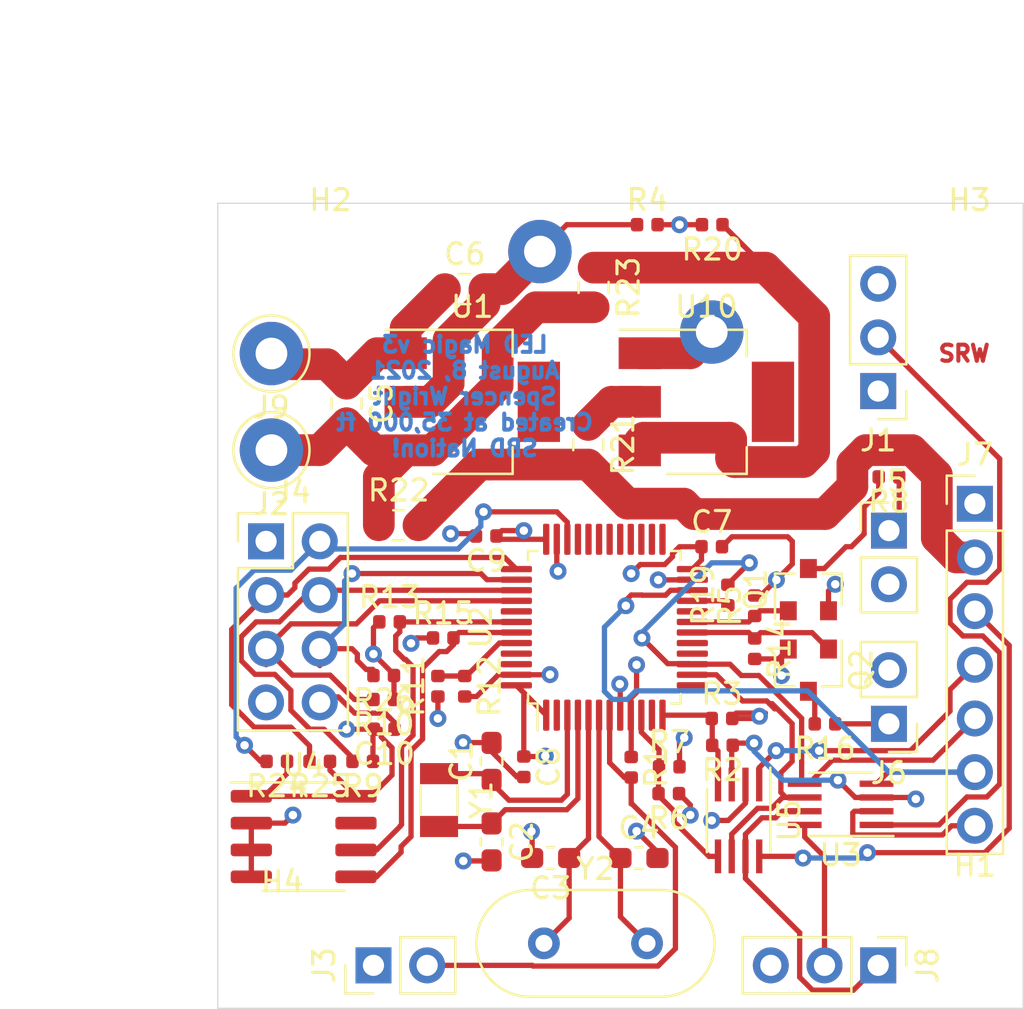
<source format=kicad_pcb>
(kicad_pcb (version 20171130) (host pcbnew "(5.1.6-0-10_14)")
  (layers (0 F.Cu signal hide) (1 GND power hide) (2 PWR signal hide) (31 B.Cu signal) (34 B.Paste user) (35 F.Paste user) (36 B.SilkS user) (37 F.SilkS user hide) (38 B.Mask user) (39 F.Mask user) (44 Edge.Cuts user))
  (net 0 "")
  (net 1 /XTAL1)
  (net 2 GND)
  (net 3 /XTAL2)
  (net 4 /XTAL1_HI)
  (net 5 /XTAL2_HI)
  (net 6 /VIN)
  (net 7 +3V3)
  (net 8 /LED_STRIP_OUT_2)
  (net 9 /RST)
  (net 10 /SWDIO)
  (net 11 /SWCLK)
  (net 12 /SWO)
  (net 13 /NJTRST)
  (net 14 /TDI)
  (net 15 "Net-(J4-Pad7)")
  (net 16 "Net-(J5-Pad1)")
  (net 17 /SYS_5V)
  (net 18 "Net-(J6-Pad1)")
  (net 19 /INT2_5V)
  (net 20 /INT3_5V)
  (net 21 /STM32_LED_STRIP_OUT_1)
  (net 22 /STM32_LED_STRIP_OUT_2)
  (net 23 /LED_STRIP_OUT_1)
  (net 24 "Net-(Q1-Pad3)")
  (net 25 /GRN_LED)
  (net 26 /RED_LED)
  (net 27 "Net-(Q2-Pad3)")
  (net 28 /INT3)
  (net 29 /INT2)
  (net 30 "Net-(R11-Pad2)")
  (net 31 /I2C1_SCL)
  (net 32 /I2C1_SDA)
  (net 33 /LVL_SHIFTER_EN)
  (net 34 /STM32_LED_STRIP_OUT_BACKUP)
  (net 35 /12V_EN)
  (net 36 "Net-(R21-Pad1)")
  (net 37 "Net-(U2-Pad11)")
  (net 38 "Net-(U2-Pad13)")
  (net 39 "Net-(U2-Pad16)")
  (net 40 "Net-(U2-Pad17)")
  (net 41 "Net-(U2-Pad20)")
  (net 42 "Net-(U2-Pad25)")
  (net 43 "Net-(U2-Pad26)")
  (net 44 "Net-(U2-Pad27)")
  (net 45 "Net-(U2-Pad28)")
  (net 46 "Net-(U2-Pad29)")
  (net 47 "Net-(U2-Pad30)")
  (net 48 "Net-(U2-Pad31)")
  (net 49 "Net-(U2-Pad32)")
  (net 50 "Net-(U2-Pad33)")
  (net 51 "Net-(U2-Pad41)")
  (net 52 "Net-(U2-Pad45)")
  (net 53 "Net-(U2-Pad46)")
  (net 54 "Net-(U4-Pad7)")
  (net 55 "Net-(U2-Pad2)")
  (module Connector_PinHeader_2.54mm:PinHeader_2x04_P2.54mm_Vertical (layer F.Cu) (at 75.438 74.676)
    (fp_text reference J4 (at 1.27 -2.33) (layer F.SilkS))
    (fp_text value Conn_01x08_Male)
    (pad 1 thru_hole rect (at 0 0) (size 1.7 1.7) (drill 1) (layers *.Cu *.Mask) (net 7 +3V3))
    (pad 2 thru_hole oval (at 2.54 0) (size 1.7 1.7) (drill 1) (layers *.Cu *.Mask) (net 10 /SWDIO))
    (pad 3 thru_hole oval (at 0 2.54) (size 1.7 1.7) (drill 1) (layers *.Cu *.Mask) (net 11 /SWCLK))
    (pad 4 thru_hole oval (at 2.54 2.54) (size 1.7 1.7) (drill 1) (layers *.Cu *.Mask) (net 12 /SWO))
    (pad 5 thru_hole oval (at 0 5.08) (size 1.7 1.7) (drill 1) (layers *.Cu *.Mask) (net 13 /NJTRST))
    (pad 6 thru_hole oval (at 2.54 5.08) (size 1.7 1.7) (drill 1) (layers *.Cu *.Mask) (net 14 /TDI))
    (pad 7 thru_hole oval (at 0 7.62) (size 1.7 1.7) (drill 1) (layers *.Cu *.Mask) (net 15 "Net-(J4-Pad7)"))
    (pad 8 thru_hole oval (at 2.54 7.62) (size 1.7 1.7) (drill 1) (layers *.Cu *.Mask) (net 2 GND))
  )
  (module Capacitor_SMD:C_0603_1608Metric_Pad1.05x0.95mm_HandSolder (layer F.Cu) (at 86.106 85.09 90)
    (fp_text reference C1 (at 0 -1.43 90) (layer F.SilkS))
    (fp_text value CP1_Small)
    (pad 1 smd roundrect (at -0.875 0 90) (size 1.05 0.95) (layers F.Cu F.Paste F.Mask) (net 1 /XTAL1))
    (pad 2 smd roundrect (at 0.875 0 90) (size 1.05 0.95) (layers F.Cu F.Paste F.Mask) (net 2 GND))
  )
  (module Capacitor_SMD:C_0603_1608Metric_Pad1.05x0.95mm_HandSolder (layer F.Cu) (at 86.106 88.9 270)
    (fp_text reference C2 (at 0 -1.43 90) (layer F.SilkS))
    (fp_text value CP1_Small)
    (pad 2 smd roundrect (at 0.875 0 270) (size 1.05 0.95) (layers F.Cu F.Paste F.Mask) (net 2 GND))
    (pad 1 smd roundrect (at -0.875 0 270) (size 1.05 0.95) (layers F.Cu F.Paste F.Mask) (net 3 /XTAL2))
  )
  (module Capacitor_SMD:C_0603_1608Metric_Pad1.05x0.95mm_HandSolder (layer F.Cu) (at 88.9 89.662 180)
    (fp_text reference C3 (at 0 -1.43) (layer F.SilkS))
    (fp_text value CP1_Small)
    (pad 1 smd roundrect (at -0.875 0 180) (size 1.05 0.95) (layers F.Cu F.Paste F.Mask) (net 4 /XTAL1_HI))
    (pad 2 smd roundrect (at 0.875 0 180) (size 1.05 0.95) (layers F.Cu F.Paste F.Mask) (net 2 GND))
  )
  (module Capacitor_SMD:C_0603_1608Metric_Pad1.05x0.95mm_HandSolder (layer F.Cu) (at 93.077 89.662)
    (fp_text reference C4 (at 0 -1.43) (layer F.SilkS))
    (fp_text value CP1_Small)
    (pad 2 smd roundrect (at 0.875 0) (size 1.05 0.95) (layers F.Cu F.Paste F.Mask) (net 2 GND))
    (pad 1 smd roundrect (at -0.875 0) (size 1.05 0.95) (layers F.Cu F.Paste F.Mask) (net 5 /XTAL2_HI))
  )
  (module Capacitor_SMD:C_0402_1005Metric (layer F.Cu) (at 96.52 74.93)
    (fp_text reference C7 (at 0 -1.17) (layer F.SilkS))
    (fp_text value 1u)
    (pad 2 smd roundrect (at 0.485 0) (size 0.59 0.64) (layers F.Cu F.Paste F.Mask) (net 2 GND))
    (pad 1 smd roundrect (at -0.485 0) (size 0.59 0.64) (layers F.Cu F.Paste F.Mask) (net 7 +3V3))
  )
  (module Capacitor_SMD:C_0402_1005Metric (layer F.Cu) (at 87.63 85.344 270)
    (fp_text reference C8 (at 0 -1.17 90) (layer F.SilkS))
    (fp_text value 1u)
    (pad 2 smd roundrect (at 0.485 0 270) (size 0.59 0.64) (layers F.Cu F.Paste F.Mask) (net 2 GND))
    (pad 1 smd roundrect (at -0.485 0 270) (size 0.59 0.64) (layers F.Cu F.Paste F.Mask) (net 7 +3V3))
  )
  (module Capacitor_SMD:C_0402_1005Metric (layer F.Cu) (at 85.852 74.422 180)
    (fp_text reference C9 (at 0 -1.17) (layer F.SilkS))
    (fp_text value 1u)
    (pad 1 smd roundrect (at -0.485 0 180) (size 0.59 0.64) (layers F.Cu F.Paste F.Mask) (net 7 +3V3))
    (pad 2 smd roundrect (at 0.485 0 180) (size 0.59 0.64) (layers F.Cu F.Paste F.Mask) (net 2 GND))
  )
  (module Capacitor_SMD:C_0402_1005Metric (layer F.Cu) (at 81.026 83.566 180)
    (fp_text reference C10 (at 0 -1.17) (layer F.SilkS))
    (fp_text value 1u)
    (pad 1 smd roundrect (at -0.485 0 180) (size 0.59 0.64) (layers F.Cu F.Paste F.Mask) (net 2 GND))
    (pad 2 smd roundrect (at 0.485 0 180) (size 0.59 0.64) (layers F.Cu F.Paste F.Mask) (net 7 +3V3))
  )
  (module MountingHole:MountingHole_2mm (layer F.Cu) (at 108.966 93.218)
    (fp_text reference H1 (at 0 -3.2) (layer F.SilkS))
    (fp_text value MountingHole_Pad)
    (pad "" np_thru_hole circle (at 0 0) (size 2 2) (drill 2) (layers *.Cu *.Mask))
  )
  (module MountingHole:MountingHole_2mm (layer F.Cu) (at 78.486 61.722)
    (fp_text reference H2 (at 0 -3.2) (layer F.SilkS))
    (fp_text value MountingHole_Pad)
    (pad "" np_thru_hole circle (at 0 0) (size 2 2) (drill 2) (layers *.Cu *.Mask))
  )
  (module MountingHole:MountingHole_2mm (layer F.Cu) (at 108.712 61.722)
    (fp_text reference H3 (at 0 -3.2) (layer F.SilkS))
    (fp_text value MountingHole_Pad)
    (pad "" np_thru_hole circle (at 0 0) (size 2 2) (drill 2) (layers *.Cu *.Mask))
  )
  (module MountingHole:MountingHole_2mm (layer F.Cu) (at 76.2 93.98)
    (fp_text reference H4 (at 0 -3.2) (layer F.SilkS))
    (fp_text value MountingHole_Pad)
    (pad "" np_thru_hole circle (at 0 0) (size 2 2) (drill 2) (layers *.Cu *.Mask))
  )
  (module Connector_PinHeader_2.54mm:PinHeader_1x03_P2.54mm_Vertical (layer F.Cu) (at 104.394 67.564 180)
    (fp_text reference J1 (at 0 -2.33) (layer F.SilkS))
    (fp_text value Conn_01x03_Male)
    (pad 3 thru_hole oval (at 0 5.08 180) (size 1.7 1.7) (drill 1) (layers *.Cu *.Mask) (net 2 GND))
    (pad 2 thru_hole oval (at 0 2.54 180) (size 1.7 1.7) (drill 1) (layers *.Cu *.Mask) (net 8 /LED_STRIP_OUT_2))
    (pad 1 thru_hole rect (at 0 0 180) (size 1.7 1.7) (drill 1) (layers *.Cu *.Mask) (net 17 /SYS_5V))
  )
  (module Connector_PinHeader_2.54mm:PinHeader_1x02_P2.54mm_Vertical (layer F.Cu) (at 80.518 94.742 90)
    (fp_text reference J3 (at 0 -2.33 90) (layer F.SilkS))
    (fp_text value Conn_01x02_Male)
    (pad 1 thru_hole rect (at 0 0 90) (size 1.7 1.7) (drill 1) (layers *.Cu *.Mask) (net 2 GND))
    (pad 2 thru_hole oval (at 0 2.54 90) (size 1.7 1.7) (drill 1) (layers *.Cu *.Mask) (net 9 /RST))
  )
  (module Connector_PinHeader_2.54mm:PinHeader_1x02_P2.54mm_Vertical (layer F.Cu) (at 104.902 74.168)
    (fp_text reference J5 (at 0 -2.33) (layer F.SilkS))
    (fp_text value Conn_01x02_Male)
    (pad 1 thru_hole rect (at 0 0) (size 1.7 1.7) (drill 1) (layers *.Cu *.Mask) (net 16 "Net-(J5-Pad1)"))
    (pad 2 thru_hole oval (at 0 2.54) (size 1.7 1.7) (drill 1) (layers *.Cu *.Mask) (net 17 /SYS_5V))
  )
  (module Connector_PinHeader_2.54mm:PinHeader_1x02_P2.54mm_Vertical (layer F.Cu) (at 104.902 83.312 180)
    (fp_text reference J6 (at 0 -2.33) (layer F.SilkS))
    (fp_text value Conn_01x02_Male)
    (pad 2 thru_hole oval (at 0 2.54 180) (size 1.7 1.7) (drill 1) (layers *.Cu *.Mask) (net 17 /SYS_5V))
    (pad 1 thru_hole rect (at 0 0 180) (size 1.7 1.7) (drill 1) (layers *.Cu *.Mask) (net 18 "Net-(J6-Pad1)"))
  )
  (module Connector_PinHeader_2.54mm:PinHeader_1x07_P2.54mm_Vertical (layer F.Cu) (at 108.966 72.898)
    (fp_text reference J7 (at 0 -2.33) (layer F.SilkS))
    (fp_text value Conn_01x07_Male)
    (pad 1 thru_hole rect (at 0 0) (size 1.7 1.7) (drill 1) (layers *.Cu *.Mask) (net 2 GND))
    (pad 2 thru_hole oval (at 0 2.54) (size 1.7 1.7) (drill 1) (layers *.Cu *.Mask) (net 17 /SYS_5V))
    (pad 3 thru_hole oval (at 0 5.08) (size 1.7 1.7) (drill 1) (layers *.Cu *.Mask) (net 19 /INT2_5V))
    (pad 4 thru_hole oval (at 0 7.62) (size 1.7 1.7) (drill 1) (layers *.Cu *.Mask) (net 20 /INT3_5V))
    (pad 5 thru_hole oval (at 0 10.16) (size 1.7 1.7) (drill 1) (layers *.Cu *.Mask) (net 21 /STM32_LED_STRIP_OUT_1))
    (pad 6 thru_hole oval (at 0 12.7) (size 1.7 1.7) (drill 1) (layers *.Cu *.Mask) (net 22 /STM32_LED_STRIP_OUT_2))
    (pad 7 thru_hole oval (at 0 15.24) (size 1.7 1.7) (drill 1) (layers *.Cu *.Mask) (net 2 GND))
  )
  (module Connector_PinHeader_2.54mm:PinHeader_1x03_P2.54mm_Vertical (layer F.Cu) (at 104.394 94.742 270)
    (fp_text reference J8 (at 0 -2.33 90) (layer F.SilkS))
    (fp_text value Conn_01x03_Male)
    (pad 1 thru_hole rect (at 0 0 270) (size 1.7 1.7) (drill 1) (layers *.Cu *.Mask) (net 17 /SYS_5V))
    (pad 2 thru_hole oval (at 0 2.54 270) (size 1.7 1.7) (drill 1) (layers *.Cu *.Mask) (net 23 /LED_STRIP_OUT_1))
    (pad 3 thru_hole oval (at 0 5.08 270) (size 1.7 1.7) (drill 1) (layers *.Cu *.Mask) (net 2 GND))
  )
  (module Package_TO_SOT_SMD:SOT-23 (layer F.Cu) (at 101.092 76.962 90)
    (fp_text reference Q1 (at 0 -2.5 90) (layer F.SilkS))
    (fp_text value BSS138)
    (pad 3 smd rect (at 1 0 90) (size 0.9 0.8) (layers F.Cu F.Paste F.Mask) (net 24 "Net-(Q1-Pad3)"))
    (pad 2 smd rect (at -1 0.95 90) (size 0.9 0.8) (layers F.Cu F.Paste F.Mask) (net 2 GND))
    (pad 1 smd rect (at -1 -0.95 90) (size 0.9 0.8) (layers F.Cu F.Paste F.Mask) (net 25 /GRN_LED))
  )
  (module Package_TO_SOT_SMD:SOT-23 (layer F.Cu) (at 101.092 80.772 270)
    (fp_text reference Q2 (at 0 -2.5 90) (layer F.SilkS))
    (fp_text value BSS138)
    (pad 1 smd rect (at -1 -0.95 270) (size 0.9 0.8) (layers F.Cu F.Paste F.Mask) (net 26 /RED_LED))
    (pad 2 smd rect (at -1 0.95 270) (size 0.9 0.8) (layers F.Cu F.Paste F.Mask) (net 2 GND))
    (pad 3 smd rect (at 1 0 270) (size 0.9 0.8) (layers F.Cu F.Paste F.Mask) (net 27 "Net-(Q2-Pad3)"))
  )
  (module Resistor_SMD:R_0402_1005Metric (layer F.Cu) (at 92.71 85.367 270)
    (fp_text reference R1 (at 0 -1.17 90) (layer F.SilkS))
    (fp_text value 10k)
    (pad 2 smd roundrect (at 0.485 0 270) (size 0.59 0.64) (layers F.Cu F.Paste F.Mask) (net 9 /RST))
    (pad 1 smd roundrect (at -0.485 0 270) (size 0.59 0.64) (layers F.Cu F.Paste F.Mask) (net 7 +3V3))
  )
  (module Resistor_SMD:R_0402_1005Metric (layer F.Cu) (at 97.028 84.328 180)
    (fp_text reference R2 (at 0 -1.17) (layer F.SilkS))
    (fp_text value 10k)
    (pad 2 smd roundrect (at 0.485 0 180) (size 0.59 0.64) (layers F.Cu F.Paste F.Mask) (net 28 /INT3))
    (pad 1 smd roundrect (at -0.485 0 180) (size 0.59 0.64) (layers F.Cu F.Paste F.Mask) (net 7 +3V3))
  )
  (module Resistor_SMD:R_0402_1005Metric (layer F.Cu) (at 97.005 83.058)
    (fp_text reference R3 (at 0 -1.17) (layer F.SilkS))
    (fp_text value DNI)
    (pad 2 smd roundrect (at 0.485 0) (size 0.59 0.64) (layers F.Cu F.Paste F.Mask) (net 2 GND))
    (pad 1 smd roundrect (at -0.485 0) (size 0.59 0.64) (layers F.Cu F.Paste F.Mask) (net 28 /INT3))
  )
  (module Resistor_SMD:R_0402_1005Metric (layer F.Cu) (at 93.472 59.69)
    (fp_text reference R4 (at 0 -1.17) (layer F.SilkS))
    (fp_text value 1M)
    (pad 1 smd roundrect (at -0.485 0) (size 0.59 0.64) (layers F.Cu F.Paste F.Mask) (net 7 +3V3))
    (pad 2 smd roundrect (at 0.485 0) (size 0.59 0.64) (layers F.Cu F.Paste F.Mask) (net 2 GND))
  )
  (module Resistor_SMD:R_0402_1005Metric (layer F.Cu) (at 98.552 77.724 90)
    (fp_text reference R5 (at 0 -1.17 90) (layer F.SilkS))
    (fp_text value 1M)
    (pad 1 smd roundrect (at -0.485 0 90) (size 0.59 0.64) (layers F.Cu F.Paste F.Mask) (net 25 /GRN_LED))
    (pad 2 smd roundrect (at 0.485 0 90) (size 0.59 0.64) (layers F.Cu F.Paste F.Mask) (net 2 GND))
  )
  (module Resistor_SMD:R_0402_1005Metric (layer F.Cu) (at 94.488 86.614 180)
    (fp_text reference R6 (at 0 -1.17) (layer F.SilkS))
    (fp_text value 10k)
    (pad 1 smd roundrect (at -0.485 0 180) (size 0.59 0.64) (layers F.Cu F.Paste F.Mask) (net 7 +3V3))
    (pad 2 smd roundrect (at 0.485 0 180) (size 0.59 0.64) (layers F.Cu F.Paste F.Mask) (net 29 /INT2))
  )
  (module Resistor_SMD:R_0402_1005Metric (layer F.Cu) (at 94.511 85.344)
    (fp_text reference R7 (at 0 -1.17) (layer F.SilkS))
    (fp_text value DNI)
    (pad 1 smd roundrect (at -0.485 0) (size 0.59 0.64) (layers F.Cu F.Paste F.Mask) (net 29 /INT2))
    (pad 2 smd roundrect (at 0.485 0) (size 0.59 0.64) (layers F.Cu F.Paste F.Mask) (net 2 GND))
  )
  (module Resistor_SMD:R_0402_1005Metric (layer F.Cu) (at 104.902 71.628 180)
    (fp_text reference R8 (at 0 -1.17) (layer F.SilkS))
    (fp_text value 100)
    (pad 2 smd roundrect (at 0.485 0 180) (size 0.59 0.64) (layers F.Cu F.Paste F.Mask) (net 24 "Net-(Q1-Pad3)"))
    (pad 1 smd roundrect (at -0.485 0 180) (size 0.59 0.64) (layers F.Cu F.Paste F.Mask) (net 16 "Net-(J5-Pad1)"))
  )
  (module Resistor_SMD:R_0402_1005Metric (layer F.Cu) (at 83.566 81.534 90)
    (fp_text reference R11 (at 0 -1.17 90) (layer F.SilkS))
    (fp_text value DNI)
    (pad 2 smd roundrect (at 0.485 0 90) (size 0.59 0.64) (layers F.Cu F.Paste F.Mask) (net 30 "Net-(R11-Pad2)"))
    (pad 1 smd roundrect (at -0.485 0 90) (size 0.59 0.64) (layers F.Cu F.Paste F.Mask) (net 7 +3V3))
  )
  (module Resistor_SMD:R_0402_1005Metric (layer F.Cu) (at 84.836 81.534 270)
    (fp_text reference R12 (at 0 -1.17 90) (layer F.SilkS))
    (fp_text value 10k)
    (pad 1 smd roundrect (at -0.485 0 270) (size 0.59 0.64) (layers F.Cu F.Paste F.Mask) (net 30 "Net-(R11-Pad2)"))
    (pad 2 smd roundrect (at 0.485 0 270) (size 0.59 0.64) (layers F.Cu F.Paste F.Mask) (net 2 GND))
  )
  (module Resistor_SMD:R_0402_1005Metric (layer F.Cu) (at 81.28 78.486)
    (fp_text reference R13 (at 0 -1.17) (layer F.SilkS))
    (fp_text value 10k)
    (pad 2 smd roundrect (at 0.485 0) (size 0.59 0.64) (layers F.Cu F.Paste F.Mask) (net 31 /I2C1_SCL))
    (pad 1 smd roundrect (at -0.485 0) (size 0.59 0.64) (layers F.Cu F.Paste F.Mask) (net 7 +3V3))
  )
  (module Resistor_SMD:R_0402_1005Metric (layer F.Cu) (at 98.552 79.756 270)
    (fp_text reference R14 (at 0 -1.17 90) (layer F.SilkS))
    (fp_text value 1M)
    (pad 2 smd roundrect (at 0.485 0 270) (size 0.59 0.64) (layers F.Cu F.Paste F.Mask) (net 2 GND))
    (pad 1 smd roundrect (at -0.485 0 270) (size 0.59 0.64) (layers F.Cu F.Paste F.Mask) (net 26 /RED_LED))
  )
  (module Resistor_SMD:R_0402_1005Metric (layer F.Cu) (at 83.82 79.248)
    (fp_text reference R15 (at 0 -1.17) (layer F.SilkS))
    (fp_text value 10k)
    (pad 1 smd roundrect (at -0.485 0) (size 0.59 0.64) (layers F.Cu F.Paste F.Mask) (net 7 +3V3))
    (pad 2 smd roundrect (at 0.485 0) (size 0.59 0.64) (layers F.Cu F.Paste F.Mask) (net 32 /I2C1_SDA))
  )
  (module Resistor_SMD:R_0402_1005Metric (layer F.Cu) (at 101.877 83.312 180)
    (fp_text reference R16 (at 0 -1.17) (layer F.SilkS))
    (fp_text value 100)
    (pad 1 smd roundrect (at -0.485 0 180) (size 0.59 0.64) (layers F.Cu F.Paste F.Mask) (net 18 "Net-(J6-Pad1)"))
    (pad 2 smd roundrect (at 0.485 0 180) (size 0.59 0.64) (layers F.Cu F.Paste F.Mask) (net 27 "Net-(Q2-Pad3)"))
  )
  (module Resistor_SMD:R_0402_1005Metric (layer F.Cu) (at 97.282 77.216 90)
    (fp_text reference R19 (at 0 -1.17 90) (layer F.SilkS))
    (fp_text value DNI)
    (pad 1 smd roundrect (at -0.485 0 90) (size 0.59 0.64) (layers F.Cu F.Paste F.Mask) (net 34 /STM32_LED_STRIP_OUT_BACKUP))
    (pad 2 smd roundrect (at 0.485 0 90) (size 0.59 0.64) (layers F.Cu F.Paste F.Mask) (net 21 /STM32_LED_STRIP_OUT_1))
  )
  (module Resistor_SMD:R_0402_1005Metric (layer F.Cu) (at 96.543 59.69 180)
    (fp_text reference R20 (at 0 -1.17) (layer F.SilkS))
    (fp_text value 1M)
    (pad 2 smd roundrect (at 0.485 0 180) (size 0.59 0.64) (layers F.Cu F.Paste F.Mask) (net 2 GND))
    (pad 1 smd roundrect (at -0.485 0 180) (size 0.59 0.64) (layers F.Cu F.Paste F.Mask) (net 35 /12V_EN))
  )
  (module Package_TO_SOT_SMD:SOT-223 (layer F.Cu) (at 85.192 68.072)
    (fp_text reference U1 (at 0 -4.5) (layer F.SilkS))
    (fp_text value TLV1117-33)
    (pad 1 smd rect (at -3.15 -2.3) (size 2 1.5) (layers F.Cu F.Paste F.Mask) (net 2 GND))
    (pad 3 smd rect (at -3.15 2.3) (size 2 1.5) (layers F.Cu F.Paste F.Mask) (net 6 /VIN))
    (pad 2 smd rect (at -3.15 0) (size 2 1.5) (layers F.Cu F.Paste F.Mask) (net 7 +3V3))
    (pad 4 smd rect (at 3.15 0) (size 2 3.8) (layers F.Cu F.Paste F.Mask))
  )
  (module Package_QFP:LQFP-48_7x7mm_P0.5mm (layer F.Cu) (at 91.44 78.74 90)
    (fp_text reference U2 (at 0 -5.85 90) (layer F.SilkS))
    (fp_text value STM32L433CCTx)
    (pad 1 smd roundrect (at -4.1625 -2.75 90) (size 1.475 0.3) (layers F.Cu F.Paste F.Mask) (net 7 +3V3))
    (pad 2 smd roundrect (at -4.1625 -2.25 90) (size 1.475 0.3) (layers F.Cu F.Paste F.Mask) (net 55 "Net-(U2-Pad2)"))
    (pad 3 smd roundrect (at -4.1625 -1.75 90) (size 1.475 0.3) (layers F.Cu F.Paste F.Mask) (net 1 /XTAL1))
    (pad 4 smd roundrect (at -4.1625 -1.25 90) (size 1.475 0.3) (layers F.Cu F.Paste F.Mask) (net 3 /XTAL2))
    (pad 5 smd roundrect (at -4.1625 -0.75 90) (size 1.475 0.3) (layers F.Cu F.Paste F.Mask) (net 4 /XTAL1_HI))
    (pad 6 smd roundrect (at -4.1625 -0.25 90) (size 1.475 0.3) (layers F.Cu F.Paste F.Mask) (net 5 /XTAL2_HI))
    (pad 7 smd roundrect (at -4.1625 0.25 90) (size 1.475 0.3) (layers F.Cu F.Paste F.Mask) (net 9 /RST))
    (pad 8 smd roundrect (at -4.1625 0.75 90) (size 1.475 0.3) (layers F.Cu F.Paste F.Mask) (net 2 GND))
    (pad 9 smd roundrect (at -4.1625 1.25 90) (size 1.475 0.3) (layers F.Cu F.Paste F.Mask) (net 7 +3V3))
    (pad 10 smd roundrect (at -4.1625 1.75 90) (size 1.475 0.3) (layers F.Cu F.Paste F.Mask) (net 29 /INT2))
    (pad 11 smd roundrect (at -4.1625 2.25 90) (size 1.475 0.3) (layers F.Cu F.Paste F.Mask) (net 37 "Net-(U2-Pad11)"))
    (pad 12 smd roundrect (at -4.1625 2.75 90) (size 1.475 0.3) (layers F.Cu F.Paste F.Mask) (net 28 /INT3))
    (pad 13 smd roundrect (at -2.75 4.1625 90) (size 0.3 1.475) (layers F.Cu F.Paste F.Mask) (net 38 "Net-(U2-Pad13)"))
    (pad 14 smd roundrect (at -2.25 4.1625 90) (size 0.3 1.475) (layers F.Cu F.Paste F.Mask) (net 33 /LVL_SHIFTER_EN))
    (pad 15 smd roundrect (at -1.75 4.1625 90) (size 0.3 1.475) (layers F.Cu F.Paste F.Mask) (net 21 /STM32_LED_STRIP_OUT_1))
    (pad 16 smd roundrect (at -1.25 4.1625 90) (size 0.3 1.475) (layers F.Cu F.Paste F.Mask) (net 39 "Net-(U2-Pad16)"))
    (pad 17 smd roundrect (at -0.75 4.1625 90) (size 0.3 1.475) (layers F.Cu F.Paste F.Mask) (net 40 "Net-(U2-Pad17)"))
    (pad 18 smd roundrect (at -0.25 4.1625 90) (size 0.3 1.475) (layers F.Cu F.Paste F.Mask) (net 26 /RED_LED))
    (pad 19 smd roundrect (at 0.25 4.1625 90) (size 0.3 1.475) (layers F.Cu F.Paste F.Mask) (net 25 /GRN_LED))
    (pad 20 smd roundrect (at 0.75 4.1625 90) (size 0.3 1.475) (layers F.Cu F.Paste F.Mask) (net 41 "Net-(U2-Pad20)"))
    (pad 21 smd roundrect (at 1.25 4.1625 90) (size 0.3 1.475) (layers F.Cu F.Paste F.Mask) (net 34 /STM32_LED_STRIP_OUT_BACKUP))
    (pad 22 smd roundrect (at 1.75 4.1625 90) (size 0.3 1.475) (layers F.Cu F.Paste F.Mask) (net 22 /STM32_LED_STRIP_OUT_2))
    (pad 23 smd roundrect (at 2.25 4.1625 90) (size 0.3 1.475) (layers F.Cu F.Paste F.Mask) (net 2 GND))
    (pad 24 smd roundrect (at 2.75 4.1625 90) (size 0.3 1.475) (layers F.Cu F.Paste F.Mask) (net 7 +3V3))
    (pad 25 smd roundrect (at 4.1625 2.75 90) (size 1.475 0.3) (layers F.Cu F.Paste F.Mask) (net 42 "Net-(U2-Pad25)"))
    (pad 26 smd roundrect (at 4.1625 2.25 90) (size 1.475 0.3) (layers F.Cu F.Paste F.Mask) (net 43 "Net-(U2-Pad26)"))
    (pad 27 smd roundrect (at 4.1625 1.75 90) (size 1.475 0.3) (layers F.Cu F.Paste F.Mask) (net 44 "Net-(U2-Pad27)"))
    (pad 28 smd roundrect (at 4.1625 1.25 90) (size 1.475 0.3) (layers F.Cu F.Paste F.Mask) (net 45 "Net-(U2-Pad28)"))
    (pad 29 smd roundrect (at 4.1625 0.75 90) (size 1.475 0.3) (layers F.Cu F.Paste F.Mask) (net 46 "Net-(U2-Pad29)"))
    (pad 30 smd roundrect (at 4.1625 0.25 90) (size 1.475 0.3) (layers F.Cu F.Paste F.Mask) (net 47 "Net-(U2-Pad30)"))
    (pad 31 smd roundrect (at 4.1625 -0.25 90) (size 1.475 0.3) (layers F.Cu F.Paste F.Mask) (net 48 "Net-(U2-Pad31)"))
    (pad 32 smd roundrect (at 4.1625 -0.75 90) (size 1.475 0.3) (layers F.Cu F.Paste F.Mask) (net 49 "Net-(U2-Pad32)"))
    (pad 33 smd roundrect (at 4.1625 -1.25 90) (size 1.475 0.3) (layers F.Cu F.Paste F.Mask) (net 50 "Net-(U2-Pad33)"))
    (pad 34 smd roundrect (at 4.1625 -1.75 90) (size 1.475 0.3) (layers F.Cu F.Paste F.Mask) (net 10 /SWDIO))
    (pad 35 smd roundrect (at 4.1625 -2.25 90) (size 1.475 0.3) (layers F.Cu F.Paste F.Mask) (net 2 GND))
    (pad 36 smd roundrect (at 4.1625 -2.75 90) (size 1.475 0.3) (layers F.Cu F.Paste F.Mask) (net 7 +3V3))
    (pad 37 smd roundrect (at 2.75 -4.1625 90) (size 0.3 1.475) (layers F.Cu F.Paste F.Mask) (net 11 /SWCLK))
    (pad 38 smd roundrect (at 2.25 -4.1625 90) (size 0.3 1.475) (layers F.Cu F.Paste F.Mask) (net 14 /TDI))
    (pad 39 smd roundrect (at 1.75 -4.1625 90) (size 0.3 1.475) (layers F.Cu F.Paste F.Mask) (net 12 /SWO))
    (pad 40 smd roundrect (at 1.25 -4.1625 90) (size 0.3 1.475) (layers F.Cu F.Paste F.Mask) (net 13 /NJTRST))
    (pad 41 smd roundrect (at 0.75 -4.1625 90) (size 0.3 1.475) (layers F.Cu F.Paste F.Mask) (net 51 "Net-(U2-Pad41)"))
    (pad 42 smd roundrect (at 0.25 -4.1625 90) (size 0.3 1.475) (layers F.Cu F.Paste F.Mask) (net 31 /I2C1_SCL))
    (pad 43 smd roundrect (at -0.25 -4.1625 90) (size 0.3 1.475) (layers F.Cu F.Paste F.Mask) (net 32 /I2C1_SDA))
    (pad 44 smd roundrect (at -0.75 -4.1625 90) (size 0.3 1.475) (layers F.Cu F.Paste F.Mask) (net 30 "Net-(R11-Pad2)"))
    (pad 45 smd roundrect (at -1.25 -4.1625 90) (size 0.3 1.475) (layers F.Cu F.Paste F.Mask) (net 52 "Net-(U2-Pad45)"))
    (pad 46 smd roundrect (at -1.75 -4.1625 90) (size 0.3 1.475) (layers F.Cu F.Paste F.Mask) (net 53 "Net-(U2-Pad46)"))
    (pad 47 smd roundrect (at -2.25 -4.1625 90) (size 0.3 1.475) (layers F.Cu F.Paste F.Mask) (net 2 GND))
    (pad 48 smd roundrect (at -2.75 -4.1625 90) (size 0.3 1.475) (layers F.Cu F.Paste F.Mask) (net 7 +3V3))
  )
  (module Package_SO:SSOP-8_2.95x2.8mm_P0.65mm (layer F.Cu) (at 102.616 87.122 180)
    (fp_text reference U3 (at 0 -2.4) (layer F.SilkS))
    (fp_text value TXS0102DCT)
    (pad 8 smd rect (at 1.7 -0.975 90) (size 0.3 1.6) (layers F.Cu F.Paste F.Mask) (net 23 /LED_STRIP_OUT_1))
    (pad 7 smd rect (at 1.7 -0.325 90) (size 0.3 1.6) (layers F.Cu F.Paste F.Mask) (net 17 /SYS_5V))
    (pad 6 smd rect (at 1.7 0.325 90) (size 0.3 1.6) (layers F.Cu F.Paste F.Mask) (net 33 /LVL_SHIFTER_EN))
    (pad 5 smd rect (at 1.7 0.975 90) (size 0.3 1.6) (layers F.Cu F.Paste F.Mask) (net 21 /STM32_LED_STRIP_OUT_1))
    (pad 4 smd rect (at -1.7 0.975 90) (size 0.3 1.6) (layers F.Cu F.Paste F.Mask) (net 22 /STM32_LED_STRIP_OUT_2))
    (pad 3 smd rect (at -1.7 0.325 90) (size 0.3 1.6) (layers F.Cu F.Paste F.Mask) (net 7 +3V3))
    (pad 2 smd rect (at -1.7 -0.325 90) (size 0.3 1.6) (layers F.Cu F.Paste F.Mask) (net 2 GND))
    (pad 1 smd rect (at -1.7 -0.975 90) (size 0.3 1.6) (layers F.Cu F.Paste F.Mask) (net 8 /LED_STRIP_OUT_2))
  )
  (module Package_SO:SSOP-8_2.95x2.8mm_P0.65mm (layer F.Cu) (at 97.79 87.884 270)
    (fp_text reference U5 (at 0 -2.4 90) (layer F.SilkS))
    (fp_text value TXS0102DCT)
    (pad 1 smd rect (at -1.7 -0.975 180) (size 0.3 1.6) (layers F.Cu F.Paste F.Mask) (net 20 /INT3_5V))
    (pad 2 smd rect (at -1.7 -0.325 180) (size 0.3 1.6) (layers F.Cu F.Paste F.Mask) (net 2 GND))
    (pad 3 smd rect (at -1.7 0.325 180) (size 0.3 1.6) (layers F.Cu F.Paste F.Mask) (net 7 +3V3))
    (pad 4 smd rect (at -1.7 0.975 180) (size 0.3 1.6) (layers F.Cu F.Paste F.Mask) (net 28 /INT3))
    (pad 5 smd rect (at 1.7 0.975 180) (size 0.3 1.6) (layers F.Cu F.Paste F.Mask) (net 29 /INT2))
    (pad 6 smd rect (at 1.7 0.325 180) (size 0.3 1.6) (layers F.Cu F.Paste F.Mask) (net 33 /LVL_SHIFTER_EN))
    (pad 7 smd rect (at 1.7 -0.325 180) (size 0.3 1.6) (layers F.Cu F.Paste F.Mask) (net 17 /SYS_5V))
    (pad 8 smd rect (at 1.7 -0.975 180) (size 0.3 1.6) (layers F.Cu F.Paste F.Mask) (net 19 /INT2_5V))
  )
  (module Package_TO_SOT_SMD:SOT-223 (layer F.Cu) (at 96.266 68.072)
    (fp_text reference U10 (at 0 -4.5) (layer F.SilkS))
    (fp_text value TLV1117-33)
    (pad 4 smd rect (at 3.15 0) (size 2 3.8) (layers F.Cu F.Paste F.Mask))
    (pad 2 smd rect (at -3.15 0) (size 2 1.5) (layers F.Cu F.Paste F.Mask) (net 36 "Net-(R21-Pad1)"))
    (pad 3 smd rect (at -3.15 2.3) (size 2 1.5) (layers F.Cu F.Paste F.Mask) (net 35 /12V_EN))
    (pad 1 smd rect (at -3.15 -2.3) (size 2 1.5) (layers F.Cu F.Paste F.Mask) (net 2 GND))
  )
  (module Crystal:Crystal_SMD_3215-2Pin_3.2x1.5mm (layer F.Cu) (at 83.62 86.92 270)
    (fp_text reference Y1 (at 0 -2 90) (layer F.SilkS))
    (fp_text value "32.768k Crystal")
    (pad 1 smd rect (at 1.25 0 270) (size 1 1.8) (layers F.Cu F.Paste F.Mask) (net 3 /XTAL2))
    (pad 2 smd rect (at -1.25 0 270) (size 1 1.8) (layers F.Cu F.Paste F.Mask) (net 1 /XTAL1))
  )
  (module Crystal:Crystal_HC49-U_Vertical (layer F.Cu) (at 88.58 93.7)
    (fp_text reference Y2 (at 2.44 -3.525) (layer F.SilkS))
    (fp_text value 8M)
    (pad 1 thru_hole circle (at 0 0) (size 1.5 1.5) (drill 0.8) (layers *.Cu *.Mask) (net 4 /XTAL1_HI))
    (pad 2 thru_hole circle (at 4.88 0) (size 1.5 1.5) (drill 0.8) (layers *.Cu *.Mask) (net 5 /XTAL2_HI))
  )
  (module Resistor_SMD:R_0402_1005Metric (layer F.Cu) (at 80.01 85.09 180)
    (fp_text reference R9 (at 0 -1.17) (layer F.SilkS))
    (fp_text value 10k)
    (pad 1 smd roundrect (at -0.485 0 180) (size 0.59 0.64) (layers F.Cu F.Paste F.Mask) (net 7 +3V3))
    (pad 2 smd roundrect (at 0.485 0 180) (size 0.59 0.64) (layers F.Cu F.Paste F.Mask) (net 12 /SWO))
  )
  (module Resistor_SMD:R_0402_1005Metric (layer F.Cu) (at 81.005 82.16 180)
    (fp_text reference R10 (at 0 -1.17) (layer F.SilkS))
    (fp_text value 10k)
    (pad 1 smd roundrect (at -0.485 0 180) (size 0.59 0.64) (layers F.Cu F.Paste F.Mask) (net 7 +3V3))
    (pad 2 smd roundrect (at 0.485 0 180) (size 0.59 0.64) (layers F.Cu F.Paste F.Mask) (net 13 /NJTRST))
  )
  (module Resistor_SMD:R_0402_1005Metric (layer F.Cu) (at 75.946 85.09 180)
    (fp_text reference R24 (at 0 -1.17) (layer F.SilkS))
    (fp_text value 10k)
    (pad 2 smd roundrect (at 0.485 0 180) (size 0.59 0.64) (layers F.Cu F.Paste F.Mask) (net 10 /SWDIO))
    (pad 1 smd roundrect (at -0.485 0 180) (size 0.59 0.64) (layers F.Cu F.Paste F.Mask) (net 7 +3V3))
  )
  (module Resistor_SMD:R_0402_1005Metric (layer F.Cu) (at 77.978 85.09 180)
    (fp_text reference R25 (at 0 -1.17) (layer F.SilkS))
    (fp_text value 10k)
    (pad 2 smd roundrect (at 0.485 0 180) (size 0.59 0.64) (layers F.Cu F.Paste F.Mask) (net 11 /SWCLK))
    (pad 1 smd roundrect (at -0.485 0 180) (size 0.59 0.64) (layers F.Cu F.Paste F.Mask) (net 7 +3V3))
  )
  (module Resistor_SMD:R_0402_1005Metric (layer F.Cu) (at 81.003 81.026 180)
    (fp_text reference R26 (at 0 -1.17) (layer F.SilkS))
    (fp_text value 10k)
    (pad 1 smd roundrect (at -0.485 0 180) (size 0.59 0.64) (layers F.Cu F.Paste F.Mask) (net 7 +3V3))
    (pad 2 smd roundrect (at 0.485 0 180) (size 0.59 0.64) (layers F.Cu F.Paste F.Mask) (net 14 /TDI))
  )
  (module Package_SO:SOIC-8_3.9x4.9mm_P1.27mm (layer F.Cu) (at 77.216 88.646)
    (fp_text reference U4 (at 0 -3.4) (layer F.SilkS))
    (fp_text value CAT24C256)
    (pad 1 smd roundrect (at -2.475 -1.905) (size 1.95 0.6) (layers F.Cu F.Paste F.Mask) (net 7 +3V3))
    (pad 2 smd roundrect (at -2.475 -0.635) (size 1.95 0.6) (layers F.Cu F.Paste F.Mask) (net 2 GND))
    (pad 3 smd roundrect (at -2.475 0.635) (size 1.95 0.6) (layers F.Cu F.Paste F.Mask) (net 2 GND))
    (pad 4 smd roundrect (at -2.475 1.905) (size 1.95 0.6) (layers F.Cu F.Paste F.Mask) (net 2 GND))
    (pad 5 smd roundrect (at 2.475 1.905) (size 1.95 0.6) (layers F.Cu F.Paste F.Mask) (net 32 /I2C1_SDA))
    (pad 6 smd roundrect (at 2.475 0.635) (size 1.95 0.6) (layers F.Cu F.Paste F.Mask) (net 31 /I2C1_SCL))
    (pad 7 smd roundrect (at 2.475 -0.635) (size 1.95 0.6) (layers F.Cu F.Paste F.Mask) (net 54 "Net-(U4-Pad7)"))
    (pad 8 smd roundrect (at 2.475 -1.905) (size 1.95 0.6) (layers F.Cu F.Paste F.Mask) (net 7 +3V3))
  )
  (module Connector_Pin:Pin_D1.3mm_L11.0mm_LooseFit (layer F.Cu) (at 75.692 70.358)
    (fp_text reference J2 (at 0 2.55) (layer F.SilkS))
    (fp_text value Conn_01x01_Male)
    (pad 1 thru_hole circle (at 0 0) (size 3 3) (drill 1.5) (layers *.Cu *.Mask) (net 6 /VIN))
  )
  (module Connector_Pin:Pin_D1.3mm_L11.0mm_LooseFit (layer F.Cu) (at 75.692 65.786)
    (fp_text reference J9 (at 0 2.55) (layer F.SilkS))
    (fp_text value Conn_01x01_Male)
    (pad 1 thru_hole circle (at 0 0) (size 3 3) (drill 1.5) (layers *.Cu *.Mask) (net 2 GND))
  )
  (module Resistor_SMD:R_0805_2012Metric (layer F.Cu) (at 90.932 62.6595 270)
    (fp_text reference R23 (at 0 -1.65 90) (layer F.SilkS))
    (fp_text value DNI)
    (pad 1 smd roundrect (at -0.9375 0 270) (size 0.975 1.4) (layers F.Cu F.Paste F.Mask) (net 35 /12V_EN))
    (pad 2 smd roundrect (at 0.9375 0 270) (size 0.975 1.4) (layers F.Cu F.Paste F.Mask) (net 6 /VIN))
  )
  (module Resistor_SMD:R_0805_2012Metric (layer F.Cu) (at 90.678 70.104 270)
    (fp_text reference R21 (at 0 -1.65 90) (layer F.SilkS))
    (fp_text value 0)
    (pad 1 smd roundrect (at -0.9375 0 270) (size 0.975 1.4) (layers F.Cu F.Paste F.Mask) (net 36 "Net-(R21-Pad1)"))
    (pad 2 smd roundrect (at 0.9375 0 270) (size 0.975 1.4) (layers F.Cu F.Paste F.Mask) (net 17 /SYS_5V))
  )
  (module Resistor_SMD:R_0805_2012Metric (layer F.Cu) (at 81.7095 73.914)
    (fp_text reference R22 (at 0 -1.65) (layer F.SilkS))
    (fp_text value 0)
    (pad 1 smd roundrect (at -0.9375 0) (size 0.975 1.4) (layers F.Cu F.Paste F.Mask) (net 6 /VIN))
    (pad 2 smd roundrect (at 0.9375 0) (size 0.975 1.4) (layers F.Cu F.Paste F.Mask) (net 17 /SYS_5V))
  )
  (module Capacitor_SMD:C_0805_2012Metric (layer F.Cu) (at 79.248 68.1505 270)
    (fp_text reference C5 (at 0 -1.65 90) (layer F.SilkS))
    (fp_text value 10u)
    (pad 1 smd roundrect (at -0.9375 0 270) (size 0.975 1.4) (layers F.Cu F.Paste F.Mask) (net 2 GND))
    (pad 2 smd roundrect (at 0.9375 0 270) (size 0.975 1.4) (layers F.Cu F.Paste F.Mask) (net 6 /VIN))
  )
  (module Capacitor_SMD:C_0805_2012Metric (layer F.Cu) (at 84.836 62.738)
    (fp_text reference C6 (at 0 -1.65) (layer F.SilkS))
    (fp_text value 10u)
    (pad 2 smd roundrect (at 0.9375 0) (size 0.975 1.4) (layers F.Cu F.Paste F.Mask) (net 7 +3V3))
    (pad 1 smd roundrect (at -0.9375 0) (size 0.975 1.4) (layers F.Cu F.Paste F.Mask) (net 2 GND))
  )
  (gr_text SRW (at 108.458 65.786) (layer F.Cu) (effects (font (size 0.762 0.762) (thickness 0.1905))))
  (gr_text "LED Magic v3\nAugust 8, 2021\nSpencer Wright\nCreated at 35,000 ft\nSBD Nation!" (at 84.836 67.818) (layer B.Cu) (effects (font (size 0.762 0.762) (thickness 0.1905)) (justify mirror)))
  (gr_line (start 111.252 96.774) (end 73.152 96.774) (layer Edge.Cuts) (width 0.05))
  (gr_line (start 111.252 58.674) (end 111.252 96.774) (layer Edge.Cuts) (width 0.05))
  (gr_line (start 73.152 58.674) (end 111.252 58.674) (layer Edge.Cuts) (width 0.05))
  (gr_line (start 73.152 96.774) (end 73.152 58.674) (layer Edge.Cuts) (width 0.05))
  (via (at 74.422 84.328) (size 0.8) (drill 0.4) (layers F.Cu B.Cu) (net 10))
  (via (at 79.248 83.566) (size 0.8) (drill 0.4) (layers F.Cu B.Cu) (net 7))
  (via (at 94.996 59.69) (size 0.8) (drill 0.4) (layers F.Cu B.Cu) (net 2))
  (via (at 96.52 64.77) (size 3) (drill 1.5) (layers F.Cu B.Cu) (net 2))
  (via (at 88.392 60.96) (size 3) (drill 1.5) (layers F.Cu B.Cu) (net 7))
  (segment (start 89.69 82.9025) (end 89.69 86.64399) (width 0.25) (layer F.Cu) (net 1))
  (segment (start 89.69 86.64399) (end 89.408 86.92599) (width 0.25) (layer F.Cu) (net 1))
  (segment (start 89.408 86.92599) (end 86.92599 86.92599) (width 0.25) (layer F.Cu) (net 1))
  (segment (start 86.106 86.106) (end 86.106 85.965) (width 0.25) (layer F.Cu) (net 1))
  (segment (start 86.92599 86.92599) (end 86.106 86.106) (width 0.25) (layer F.Cu) (net 1))
  (segment (start 85.811 85.67) (end 86.106 85.965) (width 0.25) (layer F.Cu) (net 1))
  (segment (start 83.62 85.67) (end 85.811 85.67) (width 0.25) (layer F.Cu) (net 1))
  (via (at 102.362 76.708) (size 0.8) (drill 0.4) (layers F.Cu B.Cu) (net 2))
  (via (at 96.52 87.884) (size 0.8) (drill 0.4) (layers F.Cu B.Cu) (net 2))
  (via (at 99.578 76.5) (size 0.8) (drill 0.4) (layers F.Cu B.Cu) (net 2))
  (via (at 84.17 74.312) (size 0.8) (drill 0.4) (layers F.Cu B.Cu) (net 2))
  (via (at 99.822 81.026) (size 0.8) (drill 0.4) (layers F.Cu B.Cu) (net 2))
  (via (at 98.774 82.954) (size 0.8) (drill 0.4) (layers F.Cu B.Cu) (net 2))
  (via (at 95.218 83.97) (size 0.8) (drill 0.4) (layers F.Cu B.Cu) (net 2))
  (via (at 76.708 87.63) (size 0.8) (drill 0.4) (layers F.Cu B.Cu) (net 2))
  (via (at 89.25 76.09) (size 0.8) (drill 0.4) (layers F.Cu B.Cu) (net 2))
  (via (at 93.99 76.5) (size 0.8) (drill 0.4) (layers F.Cu B.Cu) (net 2))
  (via (at 88.87 80.98) (size 0.8) (drill 0.4) (layers F.Cu B.Cu) (net 2))
  (via (at 92.17 81.43) (size 0.8) (drill 0.4) (layers F.Cu B.Cu) (net 2))
  (via (at 84.77 89.8) (size 0.8) (drill 0.4) (layers F.Cu B.Cu) (net 2))
  (via (at 84.76 84.2) (size 0.8) (drill 0.4) (layers F.Cu B.Cu) (net 2))
  (via (at 92.964 88.392) (size 0.8) (drill 0.4) (layers F.Cu B.Cu) (net 2))
  (via (at 87.99 88.4) (size 0.8) (drill 0.4) (layers F.Cu B.Cu) (net 2))
  (segment (start 88.025 88.435) (end 87.99 88.4) (width 0.25) (layer F.Cu) (net 2))
  (segment (start 88.025 89.662) (end 88.025 88.435) (width 0.25) (layer F.Cu) (net 2))
  (segment (start 86.081 89.8) (end 86.106 89.775) (width 0.25) (layer F.Cu) (net 2))
  (segment (start 84.77 89.8) (end 86.081 89.8) (width 0.25) (layer F.Cu) (net 2))
  (segment (start 86.091 84.2) (end 86.106 84.215) (width 0.25) (layer F.Cu) (net 2))
  (segment (start 84.76 84.2) (end 86.091 84.2) (width 0.25) (layer F.Cu) (net 2))
  (segment (start 92.19 81.45) (end 92.17 81.43) (width 0.25) (layer F.Cu) (net 2))
  (segment (start 92.19 82.9025) (end 92.19 81.45) (width 0.25) (layer F.Cu) (net 2))
  (segment (start 88.86 80.99) (end 88.87 80.98) (width 0.25) (layer F.Cu) (net 2))
  (segment (start 87.2775 80.99) (end 88.86 80.99) (width 0.25) (layer F.Cu) (net 2))
  (segment (start 95.5925 76.5) (end 95.6025 76.49) (width 0.25) (layer F.Cu) (net 2))
  (segment (start 93.99 76.5) (end 95.5925 76.5) (width 0.25) (layer F.Cu) (net 2))
  (segment (start 89.19 76.03) (end 89.25 76.09) (width 0.25) (layer F.Cu) (net 2))
  (segment (start 89.19 74.5775) (end 89.19 76.03) (width 0.25) (layer F.Cu) (net 2))
  (segment (start 86.424318 80.99) (end 87.2775 80.99) (width 0.25) (layer F.Cu) (net 2))
  (segment (start 85.395318 82.019) (end 86.424318 80.99) (width 0.25) (layer F.Cu) (net 2))
  (segment (start 84.836 82.019) (end 85.395318 82.019) (width 0.25) (layer F.Cu) (net 2))
  (segment (start 78.044 82.296) (end 77.978 82.296) (width 0.25) (layer F.Cu) (net 2))
  (segment (start 76.327 88.011) (end 76.708 87.63) (width 0.25) (layer F.Cu) (net 2))
  (segment (start 74.741 88.011) (end 76.327 88.011) (width 0.25) (layer F.Cu) (net 2))
  (segment (start 94.996 84.192) (end 95.218 83.97) (width 0.25) (layer F.Cu) (net 2))
  (segment (start 94.996 85.344) (end 94.996 84.192) (width 0.25) (layer F.Cu) (net 2))
  (segment (start 98.67 83.058) (end 98.774 82.954) (width 0.25) (layer F.Cu) (net 2))
  (segment (start 97.49 83.058) (end 98.67 83.058) (width 0.25) (layer F.Cu) (net 2))
  (segment (start 93.952 89.38) (end 92.964 88.392) (width 0.25) (layer F.Cu) (net 2))
  (segment (start 93.952 89.662) (end 93.952 89.38) (width 0.25) (layer F.Cu) (net 2))
  (segment (start 99.673 80.241) (end 100.142 79.772) (width 0.25) (layer F.Cu) (net 2))
  (segment (start 98.552 80.241) (end 99.673 80.241) (width 0.25) (layer F.Cu) (net 2))
  (segment (start 99.822 80.092) (end 100.142 79.772) (width 0.25) (layer F.Cu) (net 2))
  (segment (start 99.822 81.026) (end 99.822 80.092) (width 0.25) (layer F.Cu) (net 2))
  (segment (start 74.741 88.011) (end 74.741 89.281) (width 0.25) (layer F.Cu) (net 2))
  (segment (start 74.741 90.551) (end 74.741 89.281) (width 0.25) (layer F.Cu) (net 2))
  (segment (start 85.257 74.312) (end 85.367 74.422) (width 0.25) (layer F.Cu) (net 2))
  (segment (start 84.17 74.312) (end 85.257 74.312) (width 0.25) (layer F.Cu) (net 2))
  (segment (start 87.31 85.829) (end 86.106 84.625) (width 0.25) (layer F.Cu) (net 2))
  (segment (start 86.106 84.625) (end 86.106 84.215) (width 0.25) (layer F.Cu) (net 2))
  (segment (start 87.63 85.829) (end 87.31 85.829) (width 0.25) (layer F.Cu) (net 2))
  (segment (start 98.839 77.239) (end 99.578 76.5) (width 0.25) (layer F.Cu) (net 2))
  (segment (start 98.552 77.239) (end 98.839 77.239) (width 0.25) (layer F.Cu) (net 2))
  (segment (start 98.115 87.069002) (end 98.115 86.184) (width 0.25) (layer F.Cu) (net 2))
  (segment (start 97.300002 87.884) (end 98.115 87.069002) (width 0.25) (layer F.Cu) (net 2))
  (segment (start 96.52 87.884) (end 97.300002 87.884) (width 0.25) (layer F.Cu) (net 2))
  (segment (start 97.669706 82.803704) (end 99.060296 82.803704) (width 0.25) (layer F.Cu) (net 2))
  (segment (start 107.863408 88.138) (end 108.966 88.138) (width 0.25) (layer F.Cu) (net 2))
  (segment (start 107.429407 88.572001) (end 107.863408 88.138) (width 0.25) (layer F.Cu) (net 2))
  (segment (start 103.255999 88.572001) (end 107.429407 88.572001) (width 0.25) (layer F.Cu) (net 2))
  (segment (start 103.190999 88.507001) (end 103.255999 88.572001) (width 0.25) (layer F.Cu) (net 2))
  (segment (start 103.190999 87.522001) (end 103.190999 88.507001) (width 0.25) (layer F.Cu) (net 2))
  (segment (start 103.266 87.447) (end 103.190999 87.522001) (width 0.25) (layer F.Cu) (net 2))
  (segment (start 104.316 87.447) (end 103.266 87.447) (width 0.25) (layer F.Cu) (net 2))
  (segment (start 102.042 77.028) (end 102.362 76.708) (width 0.25) (layer F.Cu) (net 2))
  (segment (start 102.042 77.962) (end 102.042 77.028) (width 0.25) (layer F.Cu) (net 2))
  (segment (start 95.518 65.772) (end 96.52 64.77) (width 1.5) (layer F.Cu) (net 2))
  (segment (start 93.116 65.772) (end 95.518 65.772) (width 1.5) (layer F.Cu) (net 2))
  (segment (start 97.005 74.93) (end 97.475979 74.459021) (width 0.25) (layer F.Cu) (net 2))
  (segment (start 97.475979 74.459021) (end 100.113021 74.459021) (width 0.25) (layer F.Cu) (net 2))
  (segment (start 100.113021 74.459021) (end 100.33 74.676) (width 0.25) (layer F.Cu) (net 2))
  (segment (start 100.33 75.748) (end 99.578 76.5) (width 0.25) (layer F.Cu) (net 2))
  (segment (start 100.33 74.676) (end 100.33 75.748) (width 0.25) (layer F.Cu) (net 2))
  (segment (start 78.232 82.042) (end 77.978 82.296) (width 0.25) (layer F.Cu) (net 2))
  (segment (start 79.6286 82.80501) (end 78.86559 82.042) (width 0.25) (layer F.Cu) (net 2))
  (segment (start 81.07001 82.80501) (end 79.6286 82.80501) (width 0.25) (layer F.Cu) (net 2))
  (segment (start 78.86559 82.042) (end 78.232 82.042) (width 0.25) (layer F.Cu) (net 2))
  (segment (start 81.511 83.246) (end 81.07001 82.80501) (width 0.25) (layer F.Cu) (net 2))
  (segment (start 81.511 83.566) (end 81.511 83.246) (width 0.25) (layer F.Cu) (net 2))
  (segment (start 96.058 59.69) (end 94.996 59.69) (width 0.25) (layer F.Cu) (net 2))
  (segment (start 93.957 59.69) (end 94.996 59.69) (width 0.25) (layer F.Cu) (net 2))
  (segment (start 82.042 64.5945) (end 83.8985 62.738) (width 1.5) (layer F.Cu) (net 2))
  (segment (start 82.042 65.772) (end 82.042 64.5945) (width 1.5) (layer F.Cu) (net 2))
  (segment (start 78.329 66.294) (end 79.248 67.213) (width 1.5) (layer F.Cu) (net 2))
  (segment (start 80.689 65.772) (end 79.248 67.213) (width 1.5) (layer F.Cu) (net 2))
  (segment (start 82.042 65.772) (end 80.689 65.772) (width 1.5) (layer F.Cu) (net 2))
  (segment (start 76.2 66.294) (end 75.692 65.786) (width 1.5) (layer F.Cu) (net 2))
  (segment (start 78.329 66.294) (end 76.2 66.294) (width 1.5) (layer F.Cu) (net 2))
  (segment (start 89.662 87.376) (end 86.755 87.376) (width 0.25) (layer F.Cu) (net 3))
  (segment (start 86.755 87.376) (end 86.106 88.025) (width 0.25) (layer F.Cu) (net 3))
  (segment (start 90.19 86.848) (end 89.662 87.376) (width 0.25) (layer F.Cu) (net 3))
  (segment (start 90.19 82.9025) (end 90.19 86.848) (width 0.25) (layer F.Cu) (net 3))
  (segment (start 85.961 88.17) (end 86.106 88.025) (width 0.25) (layer F.Cu) (net 3))
  (segment (start 83.62 88.17) (end 85.961 88.17) (width 0.25) (layer F.Cu) (net 3))
  (segment (start 90.69 88.747) (end 89.775 89.662) (width 0.25) (layer F.Cu) (net 4))
  (segment (start 90.69 82.9025) (end 90.69 88.747) (width 0.25) (layer F.Cu) (net 4))
  (segment (start 89.775 92.505) (end 88.58 93.7) (width 0.25) (layer F.Cu) (net 4))
  (segment (start 89.775 89.662) (end 89.775 92.505) (width 0.25) (layer F.Cu) (net 4))
  (segment (start 91.19 82.9025) (end 91.19 82.94) (width 0.25) (layer F.Cu) (net 5))
  (segment (start 91.186 83.058) (end 91.186 88.646) (width 0.25) (layer F.Cu) (net 5))
  (segment (start 91.19 83.054) (end 91.186 83.058) (width 0.25) (layer F.Cu) (net 5))
  (segment (start 91.186 88.646) (end 92.202 89.662) (width 0.25) (layer F.Cu) (net 5))
  (segment (start 91.19 82.9025) (end 91.19 83.054) (width 0.25) (layer F.Cu) (net 5))
  (segment (start 92.202 92.442) (end 93.46 93.7) (width 0.25) (layer F.Cu) (net 5))
  (segment (start 92.202 89.662) (end 92.202 92.442) (width 0.25) (layer F.Cu) (net 5))
  (segment (start 88.206998 63.597) (end 90.932 63.597) (width 1.5) (layer F.Cu) (net 6))
  (segment (start 86.391999 65.411999) (end 88.206998 63.597) (width 1.5) (layer F.Cu) (net 6))
  (segment (start 83.306179 70.372) (end 86.391999 67.28618) (width 1.5) (layer F.Cu) (net 6))
  (segment (start 86.391999 67.28618) (end 86.391999 65.411999) (width 1.5) (layer F.Cu) (net 6))
  (segment (start 82.042 70.372) (end 83.306179 70.372) (width 1.5) (layer F.Cu) (net 6))
  (segment (start 80.772 71.642) (end 82.042 70.372) (width 1.5) (layer F.Cu) (net 6))
  (segment (start 80.772 73.914) (end 80.772 71.642) (width 1.5) (layer F.Cu) (net 6))
  (segment (start 80.532 70.372) (end 82.042 70.372) (width 1.5) (layer F.Cu) (net 6))
  (segment (start 79.248 69.088) (end 80.532 70.372) (width 1.5) (layer F.Cu) (net 6))
  (segment (start 77.978 70.358) (end 79.248 69.088) (width 1.5) (layer F.Cu) (net 6))
  (segment (start 75.692 70.358) (end 77.978 70.358) (width 1.5) (layer F.Cu) (net 6))
  (via (at 106.172 86.868) (size 0.8) (drill 0.4) (layers F.Cu B.Cu) (net 7))
  (via (at 88.646 84.836) (size 0.8) (drill 0.4) (layers F.Cu B.Cu) (net 7))
  (via (at 98.52 84.224) (size 0.8) (drill 0.4) (layers F.Cu B.Cu) (net 7))
  (via (at 95.504 87.63) (size 0.8) (drill 0.4) (layers F.Cu B.Cu) (net 7))
  (via (at 92.964 80.518) (size 0.8) (drill 0.4) (layers F.Cu B.Cu) (net 7))
  (via (at 83.566 83.058) (size 0.8) (drill 0.4) (layers F.Cu B.Cu) (net 7))
  (via (at 82.296 79.502) (size 0.8) (drill 0.4) (layers F.Cu B.Cu) (net 7))
  (via (at 80.518 80.01) (size 0.8) (drill 0.4) (layers F.Cu B.Cu) (net 7))
  (via (at 92.71 76.2) (size 0.8) (drill 0.4) (layers F.Cu B.Cu) (net 7))
  (via (at 87.63 74.168) (size 0.8) (drill 0.4) (layers F.Cu B.Cu) (net 7))
  (segment (start 83.543 82.042) (end 83.566 82.019) (width 0.25) (layer F.Cu) (net 7))
  (segment (start 74.79299 75.32101) (end 75.438 74.676) (width 0.25) (layer F.Cu) (net 7))
  (segment (start 92.71 82.9225) (end 92.69 82.9025) (width 0.25) (layer F.Cu) (net 7))
  (segment (start 92.71 84.882) (end 92.71 82.9225) (width 0.25) (layer F.Cu) (net 7))
  (segment (start 92.964 81.825298) (end 92.964 80.518) (width 0.25) (layer F.Cu) (net 7))
  (segment (start 92.69 82.099298) (end 92.964 81.825298) (width 0.25) (layer F.Cu) (net 7))
  (segment (start 92.69 82.9025) (end 92.69 82.099298) (width 0.25) (layer F.Cu) (net 7))
  (segment (start 95.504 87.145) (end 94.973 86.614) (width 0.25) (layer F.Cu) (net 7))
  (segment (start 95.504 87.63) (end 95.504 87.145) (width 0.25) (layer F.Cu) (net 7))
  (segment (start 97.465 84.376) (end 97.513 84.328) (width 0.25) (layer F.Cu) (net 7))
  (segment (start 97.465 86.184) (end 97.465 84.376) (width 0.25) (layer F.Cu) (net 7))
  (segment (start 97.617 84.224) (end 97.513 84.328) (width 0.25) (layer F.Cu) (net 7))
  (segment (start 98.52 84.224) (end 97.617 84.224) (width 0.25) (layer F.Cu) (net 7))
  (segment (start 80.518 78.763) (end 80.795 78.486) (width 0.25) (layer F.Cu) (net 7))
  (segment (start 80.518 80.01) (end 80.518 78.763) (width 0.25) (layer F.Cu) (net 7))
  (segment (start 86.591 74.168) (end 86.337 74.422) (width 0.25) (layer F.Cu) (net 7))
  (segment (start 87.63 74.168) (end 86.591 74.168) (width 0.25) (layer F.Cu) (net 7))
  (segment (start 87.63 81.8425) (end 87.2775 81.49) (width 0.25) (layer F.Cu) (net 7))
  (segment (start 87.63 84.859) (end 87.63 81.8425) (width 0.25) (layer F.Cu) (net 7))
  (segment (start 88.69 82.9025) (end 87.2775 81.49) (width 0.25) (layer F.Cu) (net 7))
  (segment (start 88.623 84.859) (end 88.646 84.836) (width 0.25) (layer F.Cu) (net 7))
  (segment (start 87.63 84.859) (end 88.623 84.859) (width 0.25) (layer F.Cu) (net 7))
  (segment (start 86.337 74.422) (end 86.36 74.422) (width 0.25) (layer F.Cu) (net 7))
  (segment (start 86.5155 74.5775) (end 88.69 74.5775) (width 0.25) (layer F.Cu) (net 7))
  (segment (start 86.36 74.422) (end 86.5155 74.5775) (width 0.25) (layer F.Cu) (net 7))
  (segment (start 106.101 86.797) (end 106.172 86.868) (width 0.25) (layer F.Cu) (net 7))
  (segment (start 104.316 86.797) (end 106.101 86.797) (width 0.25) (layer F.Cu) (net 7))
  (segment (start 83.202002 68.072) (end 84.074 67.200002) (width 1.5) (layer F.Cu) (net 7))
  (segment (start 82.042 68.072) (end 83.202002 68.072) (width 1.5) (layer F.Cu) (net 7))
  (segment (start 104.316 86.797) (end 103.307 86.797) (width 0.25) (layer F.Cu) (net 7))
  (segment (start 103.307 86.797) (end 102.489 85.979) (width 0.25) (layer F.Cu) (net 7))
  (via (at 102.489 85.979) (size 0.8) (drill 0.4) (layers F.Cu B.Cu) (net 7))
  (segment (start 98.52 84.607002) (end 98.52 84.224) (width 0.25) (layer B.Cu) (net 7))
  (segment (start 99.891998 85.979) (end 98.52 84.607002) (width 0.25) (layer B.Cu) (net 7))
  (segment (start 102.489 85.979) (end 99.891998 85.979) (width 0.25) (layer B.Cu) (net 7))
  (segment (start 96.035 74.93) (end 94.996 74.93) (width 0.25) (layer F.Cu) (net 7))
  (segment (start 93.135001 75.774999) (end 92.71 76.2) (width 0.25) (layer F.Cu) (net 7))
  (segment (start 94.295703 75.774999) (end 93.135001 75.774999) (width 0.25) (layer F.Cu) (net 7))
  (segment (start 94.66501 75.405692) (end 94.295703 75.774999) (width 0.25) (layer F.Cu) (net 7))
  (segment (start 94.66501 75.26099) (end 94.66501 75.405692) (width 0.25) (layer F.Cu) (net 7))
  (segment (start 94.996 74.93) (end 94.66501 75.26099) (width 0.25) (layer F.Cu) (net 7))
  (segment (start 96.035 75.5575) (end 95.6025 75.99) (width 0.25) (layer F.Cu) (net 7))
  (segment (start 96.035 74.93) (end 96.035 75.5575) (width 0.25) (layer F.Cu) (net 7))
  (segment (start 74.741 86.741) (end 76.073 86.741) (width 0.25) (layer F.Cu) (net 7))
  (segment (start 79.691 86.741) (end 76.073 86.741) (width 0.25) (layer F.Cu) (net 7))
  (segment (start 83.566 83.058) (end 83.566 82.019) (width 0.25) (layer F.Cu) (net 7))
  (segment (start 82.55 79.248) (end 82.296 79.502) (width 0.25) (layer F.Cu) (net 7))
  (segment (start 83.335 79.248) (end 82.55 79.248) (width 0.25) (layer F.Cu) (net 7))
  (segment (start 81.488 80.98) (end 80.518 80.01) (width 0.25) (layer F.Cu) (net 7))
  (segment (start 81.488 81.026) (end 81.488 80.98) (width 0.25) (layer F.Cu) (net 7))
  (segment (start 81.49 81.028) (end 81.488 81.026) (width 0.25) (layer F.Cu) (net 7))
  (segment (start 81.49 82.16) (end 81.49 81.028) (width 0.25) (layer F.Cu) (net 7))
  (segment (start 80.89099 83.62099) (end 80.89099 83.93899) (width 0.25) (layer F.Cu) (net 7))
  (segment (start 80.836 83.566) (end 80.89099 83.62099) (width 0.25) (layer F.Cu) (net 7))
  (segment (start 80.541 83.566) (end 80.836 83.566) (width 0.25) (layer F.Cu) (net 7))
  (segment (start 80.89099 83.93899) (end 81.39598 84.44398) (width 0.25) (layer F.Cu) (net 7))
  (segment (start 81.39598 84.44398) (end 81.39598 85.73602) (width 0.25) (layer F.Cu) (net 7))
  (segment (start 80.391 86.741) (end 79.691 86.741) (width 0.25) (layer F.Cu) (net 7))
  (segment (start 81.39598 85.73602) (end 80.391 86.741) (width 0.25) (layer F.Cu) (net 7))
  (segment (start 78.463 85.513) (end 79.691 86.741) (width 0.25) (layer F.Cu) (net 7))
  (segment (start 75.354 86.741) (end 74.741 86.741) (width 0.25) (layer F.Cu) (net 7))
  (segment (start 76.431 85.664) (end 75.354 86.741) (width 0.25) (layer F.Cu) (net 7))
  (segment (start 76.431 85.344) (end 76.431 85.664) (width 0.25) (layer F.Cu) (net 7))
  (segment (start 78.463 85.513) (end 78.463 85.09) (width 0.25) (layer F.Cu) (net 7))
  (segment (start 80.495 83.612) (end 80.541 83.566) (width 0.25) (layer F.Cu) (net 7))
  (segment (start 80.495 85.09) (end 80.495 83.612) (width 0.25) (layer F.Cu) (net 7))
  (segment (start 80.541 83.566) (end 79.248 83.566) (width 0.25) (layer F.Cu) (net 7))
  (segment (start 89.662 59.69) (end 88.392 60.96) (width 0.25) (layer F.Cu) (net 7))
  (segment (start 92.987 59.69) (end 89.662 59.69) (width 0.25) (layer F.Cu) (net 7))
  (segment (start 85.7735 63.438) (end 85.7735 62.738) (width 1.5) (layer F.Cu) (net 7))
  (segment (start 84.074 65.1375) (end 85.7735 63.438) (width 1.5) (layer F.Cu) (net 7))
  (segment (start 84.074 67.200002) (end 84.074 65.1375) (width 1.5) (layer F.Cu) (net 7))
  (segment (start 86.614 62.738) (end 88.392 60.96) (width 1.5) (layer F.Cu) (net 7))
  (segment (start 85.7735 62.738) (end 86.614 62.738) (width 1.5) (layer F.Cu) (net 7))
  (segment (start 107.267998 88.097) (end 104.316 88.097) (width 0.25) (layer F.Cu) (net 8))
  (segment (start 109.530001 86.773001) (end 108.591997 86.773001) (width 0.25) (layer F.Cu) (net 8))
  (segment (start 110.141001 86.162001) (end 109.530001 86.773001) (width 0.25) (layer F.Cu) (net 8))
  (segment (start 108.401999 79.153001) (end 109.340003 79.153001) (width 0.25) (layer F.Cu) (net 8))
  (segment (start 110.141001 79.953999) (end 110.141001 86.162001) (width 0.25) (layer F.Cu) (net 8))
  (segment (start 109.340003 79.153001) (end 110.141001 79.953999) (width 0.25) (layer F.Cu) (net 8))
  (segment (start 108.591997 86.773001) (end 107.267998 88.097) (width 0.25) (layer F.Cu) (net 8))
  (segment (start 107.790999 78.542001) (end 108.401999 79.153001) (width 0.25) (layer F.Cu) (net 8))
  (segment (start 107.790999 77.413999) (end 107.790999 78.542001) (width 0.25) (layer F.Cu) (net 8))
  (segment (start 109.530001 76.613001) (end 108.591997 76.613001) (width 0.25) (layer F.Cu) (net 8))
  (segment (start 110.141001 76.002001) (end 109.530001 76.613001) (width 0.25) (layer F.Cu) (net 8))
  (segment (start 108.591997 76.613001) (end 107.790999 77.413999) (width 0.25) (layer F.Cu) (net 8))
  (segment (start 110.141001 70.771001) (end 110.141001 76.002001) (width 0.25) (layer F.Cu) (net 8))
  (segment (start 104.394 65.024) (end 110.141001 70.771001) (width 0.25) (layer F.Cu) (net 8))
  (segment (start 92.39 85.852) (end 92.71 85.852) (width 0.25) (layer F.Cu) (net 9))
  (segment (start 91.69 85.152) (end 92.39 85.852) (width 0.25) (layer F.Cu) (net 9))
  (segment (start 91.69 82.9025) (end 91.69 85.152) (width 0.25) (layer F.Cu) (net 9))
  (segment (start 92.71 85.852) (end 92.71 87.09949) (width 0.25) (layer F.Cu) (net 9))
  (segment (start 94.80201 93.948992) (end 93.976001 94.775001) (width 0.25) (layer F.Cu) (net 9))
  (segment (start 94.80201 89.157008) (end 94.80201 93.948992) (width 0.25) (layer F.Cu) (net 9))
  (segment (start 92.744492 87.09949) (end 94.80201 89.157008) (width 0.25) (layer F.Cu) (net 9))
  (segment (start 92.71 87.09949) (end 92.744492 87.09949) (width 0.25) (layer F.Cu) (net 9))
  (segment (start 93.976001 94.775001) (end 88.063999 94.775001) (width 0.25) (layer F.Cu) (net 9))
  (segment (start 83.091001 94.775001) (end 83.058 94.742) (width 0.25) (layer F.Cu) (net 9))
  (segment (start 88.030998 94.742) (end 88.063999 94.775001) (width 0.25) (layer F.Cu) (net 9))
  (segment (start 83.058 94.742) (end 88.030998 94.742) (width 0.25) (layer F.Cu) (net 9))
  (segment (start 84.518001 75.037001) (end 85.598 73.957002) (width 0.25) (layer B.Cu) (net 10))
  (segment (start 78.339001 75.037001) (end 84.518001 75.037001) (width 0.25) (layer B.Cu) (net 10))
  (segment (start 77.978 74.676) (end 78.339001 75.037001) (width 0.25) (layer B.Cu) (net 10))
  (via (at 85.725 73.279) (size 0.8) (drill 0.4) (layers F.Cu B.Cu) (net 10))
  (segment (start 85.598 73.406) (end 85.725 73.279) (width 0.25) (layer B.Cu) (net 10))
  (segment (start 85.598 73.957002) (end 85.598 73.406) (width 0.25) (layer B.Cu) (net 10))
  (segment (start 89.194702 73.279) (end 85.725 73.279) (width 0.25) (layer F.Cu) (net 10))
  (segment (start 89.69 73.774298) (end 89.194702 73.279) (width 0.25) (layer F.Cu) (net 10))
  (segment (start 89.69 74.5775) (end 89.69 73.774298) (width 0.25) (layer F.Cu) (net 10))
  (segment (start 74.022001 83.928001) (end 74.022001 76.892997) (width 0.25) (layer B.Cu) (net 10))
  (segment (start 74.422 84.328) (end 74.022001 83.928001) (width 0.25) (layer B.Cu) (net 10))
  (segment (start 76.613001 76.040999) (end 77.978 74.676) (width 0.25) (layer B.Cu) (net 10))
  (segment (start 74.873999 76.040999) (end 76.613001 76.040999) (width 0.25) (layer B.Cu) (net 10))
  (segment (start 74.022001 76.892997) (end 74.873999 76.040999) (width 0.25) (layer B.Cu) (net 10))
  (segment (start 75.184 85.09) (end 74.422 84.328) (width 0.25) (layer F.Cu) (net 10))
  (segment (start 75.461 85.09) (end 75.184 85.09) (width 0.25) (layer F.Cu) (net 10))
  (segment (start 87.2775 75.99) (end 86.7255 75.438) (width 0.25) (layer F.Cu) (net 11))
  (segment (start 78.955002 75.438) (end 78.403002 75.99) (width 0.25) (layer F.Cu) (net 11))
  (segment (start 86.7255 75.438) (end 78.955002 75.438) (width 0.25) (layer F.Cu) (net 11))
  (segment (start 73.812989 78.841011) (end 75.438 77.216) (width 0.25) (layer F.Cu) (net 11))
  (segment (start 73.812989 82.409991) (end 73.812989 78.841011) (width 0.25) (layer F.Cu) (net 11))
  (segment (start 74.873999 83.471001) (end 73.812989 82.409991) (width 0.25) (layer F.Cu) (net 11))
  (segment (start 76.613001 83.471001) (end 74.873999 83.471001) (width 0.25) (layer F.Cu) (net 11))
  (segment (start 77.493 84.351) (end 76.613001 83.471001) (width 0.25) (layer F.Cu) (net 11))
  (segment (start 77.493 85.09) (end 77.493 84.351) (width 0.25) (layer F.Cu) (net 11))
  (segment (start 75.438 77.216) (end 76.454 77.216) (width 0.25) (layer F.Cu) (net 11))
  (segment (start 77.464998 75.99) (end 78.403002 75.99) (width 0.25) (layer F.Cu) (net 11))
  (segment (start 76.802999 76.651999) (end 77.464998 75.99) (width 0.25) (layer F.Cu) (net 11))
  (segment (start 76.802999 76.867001) (end 76.802999 76.651999) (width 0.25) (layer F.Cu) (net 11))
  (segment (start 76.454 77.216) (end 76.802999 76.867001) (width 0.25) (layer F.Cu) (net 11))
  (segment (start 77.978 77.216) (end 78.486 76.708) (width 0.25) (layer F.Cu) (net 12))
  (segment (start 78.204 76.99) (end 77.978 77.216) (width 0.25) (layer F.Cu) (net 12))
  (segment (start 87.2775 76.99) (end 78.204 76.99) (width 0.25) (layer F.Cu) (net 12))
  (segment (start 74.911008 80.96801) (end 74.262999 80.320001) (width 0.25) (layer F.Cu) (net 12))
  (segment (start 74.968998 78.486) (end 76.07159 78.486) (width 0.25) (layer F.Cu) (net 12))
  (segment (start 75.849012 80.96801) (end 74.911008 80.96801) (width 0.25) (layer F.Cu) (net 12))
  (segment (start 77.34159 77.216) (end 77.978 77.216) (width 0.25) (layer F.Cu) (net 12))
  (segment (start 76.613001 81.731999) (end 75.849012 80.96801) (width 0.25) (layer F.Cu) (net 12))
  (segment (start 76.07159 78.486) (end 77.34159 77.216) (width 0.25) (layer F.Cu) (net 12))
  (segment (start 74.262999 79.191999) (end 74.968998 78.486) (width 0.25) (layer F.Cu) (net 12))
  (segment (start 74.262999 80.320001) (end 74.262999 79.191999) (width 0.25) (layer F.Cu) (net 12))
  (segment (start 76.613001 82.670003) (end 76.613001 81.731999) (width 0.25) (layer F.Cu) (net 12))
  (segment (start 77.508998 83.566) (end 76.613001 82.670003) (width 0.25) (layer F.Cu) (net 12))
  (segment (start 79.525 84.916002) (end 78.174998 83.566) (width 0.25) (layer F.Cu) (net 12))
  (segment (start 78.174998 83.566) (end 77.508998 83.566) (width 0.25) (layer F.Cu) (net 12))
  (segment (start 79.525 85.09) (end 79.525 84.916002) (width 0.25) (layer F.Cu) (net 12))
  (segment (start 75.438 80.518) (end 75.438 79.756) (width 0.25) (layer F.Cu) (net 13))
  (segment (start 79.711769 78.580999) (end 76.613001 78.580999) (width 0.25) (layer F.Cu) (net 13))
  (segment (start 76.613001 78.580999) (end 75.438 79.756) (width 0.25) (layer F.Cu) (net 13))
  (segment (start 80.802768 77.49) (end 79.711769 78.580999) (width 0.25) (layer F.Cu) (net 13))
  (segment (start 87.2775 77.49) (end 80.802768 77.49) (width 0.25) (layer F.Cu) (net 13))
  (segment (start 76.613001 80.931001) (end 75.438 79.756) (width 0.25) (layer F.Cu) (net 13))
  (segment (start 78.467008 81.007008) (end 76.689008 81.007008) (width 0.25) (layer F.Cu) (net 13))
  (segment (start 76.689008 81.007008) (end 75.438 79.756) (width 0.25) (layer F.Cu) (net 13))
  (segment (start 79.62 82.16) (end 78.467008 81.007008) (width 0.25) (layer F.Cu) (net 13))
  (segment (start 80.52 82.16) (end 79.62 82.16) (width 0.25) (layer F.Cu) (net 13))
  (via (at 79.502 76.2) (size 0.8) (drill 0.4) (layers F.Cu B.Cu) (net 14))
  (segment (start 79.153001 76.548999) (end 79.502 76.2) (width 0.25) (layer B.Cu) (net 14))
  (segment (start 79.153001 78.580999) (end 79.153001 76.548999) (width 0.25) (layer B.Cu) (net 14))
  (segment (start 77.978 79.756) (end 79.153001 78.580999) (width 0.25) (layer B.Cu) (net 14))
  (segment (start 85.888 76.49) (end 87.2775 76.49) (width 0.25) (layer F.Cu) (net 14))
  (segment (start 85.598 76.2) (end 85.888 76.49) (width 0.25) (layer F.Cu) (net 14))
  (segment (start 79.502 76.2) (end 85.598 76.2) (width 0.25) (layer F.Cu) (net 14))
  (segment (start 77.978 79.756) (end 77.978 80.556998) (width 0.25) (layer F.Cu) (net 14))
  (segment (start 79.756 80.321002) (end 79.756 80.01) (width 0.25) (layer F.Cu) (net 14))
  (segment (start 79.502 79.756) (end 77.978 79.756) (width 0.25) (layer F.Cu) (net 14))
  (segment (start 79.756 80.01) (end 79.502 79.756) (width 0.25) (layer F.Cu) (net 14))
  (segment (start 80.169999 80.735001) (end 79.756 80.321002) (width 0.25) (layer F.Cu) (net 14))
  (segment (start 80.481001 80.735001) (end 80.169999 80.735001) (width 0.25) (layer F.Cu) (net 14))
  (segment (start 80.518 80.772) (end 80.481001 80.735001) (width 0.25) (layer F.Cu) (net 14))
  (segment (start 80.518 81.026) (end 80.518 80.772) (width 0.25) (layer F.Cu) (net 14))
  (segment (start 105.387 73.683) (end 105.387 71.628) (width 0.25) (layer F.Cu) (net 16))
  (segment (start 104.902 74.168) (end 105.387 73.683) (width 0.25) (layer F.Cu) (net 16))
  (segment (start 98.889989 87.759011) (end 99.5404 87.75901) (width 0.25) (layer F.Cu) (net 17))
  (segment (start 98.115 88.534) (end 98.889989 87.759011) (width 0.25) (layer F.Cu) (net 17))
  (segment (start 99.85241 87.447) (end 100.916 87.447) (width 0.25) (layer F.Cu) (net 17))
  (segment (start 99.5404 87.75901) (end 99.85241 87.447) (width 0.25) (layer F.Cu) (net 17))
  (segment (start 98.115 89.584) (end 98.115 88.534) (width 0.25) (layer F.Cu) (net 17))
  (segment (start 86.0275 71.0415) (end 90.678 71.0415) (width 1.5) (layer F.Cu) (net 17))
  (segment (start 103.218999 95.917001) (end 104.394 94.742) (width 0.25) (layer F.Cu) (net 17))
  (segment (start 101.289999 95.917001) (end 103.218999 95.917001) (width 0.25) (layer F.Cu) (net 17))
  (segment (start 100.678999 93.197999) (end 100.678999 95.306001) (width 0.25) (layer F.Cu) (net 17))
  (segment (start 100.678999 95.306001) (end 101.289999 95.917001) (width 0.25) (layer F.Cu) (net 17))
  (segment (start 98.115 90.634) (end 100.678999 93.197999) (width 0.25) (layer F.Cu) (net 17))
  (segment (start 98.115 89.584) (end 98.115 90.634) (width 0.25) (layer F.Cu) (net 17))
  (segment (start 85.5195 71.0415) (end 86.0275 71.0415) (width 1.5) (layer F.Cu) (net 17))
  (segment (start 82.647 73.914) (end 85.5195 71.0415) (width 1.5) (layer F.Cu) (net 17))
  (segment (start 107.165999 74.508001) (end 107.165999 71.534883) (width 1.5) (layer F.Cu) (net 17))
  (segment (start 95.681832 73.384011) (end 95.187811 72.88999) (width 1.5) (layer F.Cu) (net 17))
  (segment (start 103.17199 72.08801) (end 101.875989 73.384011) (width 1.5) (layer F.Cu) (net 17))
  (segment (start 108.966 75.438) (end 108.095998 75.438) (width 1.5) (layer F.Cu) (net 17))
  (segment (start 103.814894 70.35799) (end 103.17199 71.000894) (width 1.5) (layer F.Cu) (net 17))
  (segment (start 95.187811 72.88999) (end 92.52649 72.88999) (width 1.5) (layer F.Cu) (net 17))
  (segment (start 101.875989 73.384011) (end 95.681832 73.384011) (width 1.5) (layer F.Cu) (net 17))
  (segment (start 105.989106 70.35799) (end 103.814894 70.35799) (width 1.5) (layer F.Cu) (net 17))
  (segment (start 108.095998 75.438) (end 107.165999 74.508001) (width 1.5) (layer F.Cu) (net 17))
  (segment (start 107.165999 71.534883) (end 105.989106 70.35799) (width 1.5) (layer F.Cu) (net 17))
  (segment (start 103.17199 71.000894) (end 103.17199 72.08801) (width 1.5) (layer F.Cu) (net 17))
  (segment (start 92.52649 72.88999) (end 90.678 71.0415) (width 1.5) (layer F.Cu) (net 17))
  (segment (start 102.362 83.312) (end 104.902 83.312) (width 0.25) (layer F.Cu) (net 18))
  (segment (start 98.765 89.584) (end 100.76 89.584) (width 0.25) (layer F.Cu) (net 19))
  (segment (start 100.76 89.584) (end 100.838 89.662) (width 0.25) (layer F.Cu) (net 19))
  (segment (start 100.838 89.662) (end 100.838 89.662) (width 0.25) (layer F.Cu) (net 19))
  (via (at 100.838 89.662) (size 0.8) (drill 0.4) (layers F.Cu B.Cu) (net 19))
  (segment (start 100.838 89.662) (end 103.632 89.662) (width 0.25) (layer B.Cu) (net 19))
  (segment (start 103.632 89.662) (end 103.886 89.408) (width 0.25) (layer B.Cu) (net 19))
  (segment (start 103.886 89.408) (end 103.886 89.408) (width 0.25) (layer B.Cu) (net 19))
  (via (at 103.886 89.408) (size 0.8) (drill 0.4) (layers F.Cu B.Cu) (net 19))
  (segment (start 110.591011 79.603011) (end 108.966 77.978) (width 0.25) (layer F.Cu) (net 19))
  (segment (start 110.591011 88.251991) (end 110.591011 79.603011) (width 0.25) (layer F.Cu) (net 19))
  (segment (start 109.435002 89.408) (end 110.591011 88.251991) (width 0.25) (layer F.Cu) (net 19))
  (segment (start 103.886 89.408) (end 109.435002 89.408) (width 0.25) (layer F.Cu) (net 19))
  (via (at 99.568 84.582) (size 0.8) (drill 0.4) (layers F.Cu B.Cu) (net 20))
  (segment (start 98.765 85.385) (end 99.568 84.582) (width 0.25) (layer F.Cu) (net 20))
  (segment (start 98.765 86.184) (end 98.765 85.385) (width 0.25) (layer F.Cu) (net 20))
  (segment (start 99.568 84.582) (end 101.6 84.582) (width 0.25) (layer B.Cu) (net 20))
  (segment (start 101.6 84.582) (end 101.6 84.582) (width 0.25) (layer B.Cu) (net 20))
  (via (at 101.6 84.582) (size 0.8) (drill 0.4) (layers F.Cu B.Cu) (net 20))
  (segment (start 101.6 84.582) (end 105.917002 84.582) (width 0.25) (layer F.Cu) (net 20))
  (segment (start 105.917002 84.582) (end 107.790999 82.708003) (width 0.25) (layer F.Cu) (net 20))
  (segment (start 107.790999 82.708003) (end 107.790999 81.693001) (width 0.25) (layer F.Cu) (net 20))
  (segment (start 107.790999 81.693001) (end 108.966 80.518) (width 0.25) (layer F.Cu) (net 20))
  (segment (start 97.383002 80.49) (end 95.6025 80.49) (width 0.25) (layer F.Cu) (net 21))
  (segment (start 97.383002 80.49) (end 97.919002 81.026) (width 0.25) (layer F.Cu) (net 21))
  (segment (start 98.748998 81.026) (end 100.77199 83.048992) (width 0.25) (layer F.Cu) (net 21))
  (segment (start 100.77199 86.00299) (end 100.916 86.147) (width 0.25) (layer F.Cu) (net 21))
  (segment (start 100.77199 83.048992) (end 100.77199 86.00299) (width 0.25) (layer F.Cu) (net 21))
  (segment (start 97.919002 81.026) (end 98.748998 81.026) (width 0.25) (layer F.Cu) (net 21))
  (segment (start 101.108002 86.147) (end 100.916 86.147) (width 0.25) (layer F.Cu) (net 21))
  (segment (start 102.222992 85.03201) (end 101.108002 86.147) (width 0.25) (layer F.Cu) (net 21))
  (segment (start 106.99199 85.03201) (end 102.222992 85.03201) (width 0.25) (layer F.Cu) (net 21))
  (segment (start 108.966 83.058) (end 106.99199 85.03201) (width 0.25) (layer F.Cu) (net 21))
  (segment (start 97.282 76.731) (end 97.282 76.708) (width 0.25) (layer F.Cu) (net 21))
  (segment (start 97.282 76.708) (end 98.044 75.946) (width 0.25) (layer F.Cu) (net 21))
  (segment (start 98.044 75.946) (end 98.298 75.692) (width 0.25) (layer F.Cu) (net 21))
  (segment (start 98.298 75.692) (end 98.298 75.692) (width 0.25) (layer F.Cu) (net 21))
  (via (at 98.298 75.692) (size 0.8) (drill 0.4) (layers F.Cu B.Cu) (net 21))
  (segment (start 98.298 75.692) (end 96.52 75.692) (width 0.25) (layer B.Cu) (net 21))
  (segment (start 96.52 75.692) (end 93.218 78.994) (width 0.25) (layer B.Cu) (net 21))
  (segment (start 93.218 78.994) (end 93.218 79.248) (width 0.25) (layer B.Cu) (net 21))
  (segment (start 93.218 79.248) (end 93.218 79.248) (width 0.25) (layer B.Cu) (net 21))
  (via (at 93.218 79.248) (size 0.8) (drill 0.4) (layers F.Cu B.Cu) (net 21))
  (segment (start 94.43501 80.46501) (end 93.218 79.248) (width 0.25) (layer F.Cu) (net 21))
  (segment (start 95.45101 80.46501) (end 94.43501 80.46501) (width 0.25) (layer F.Cu) (net 21))
  (segment (start 95.476 80.49) (end 95.45101 80.46501) (width 0.25) (layer F.Cu) (net 21))
  (segment (start 95.6025 80.49) (end 95.476 80.49) (width 0.25) (layer F.Cu) (net 21))
  (segment (start 104.865 85.598) (end 104.316 86.147) (width 0.25) (layer F.Cu) (net 22))
  (segment (start 108.966 85.598) (end 104.865 85.598) (width 0.25) (layer F.Cu) (net 22))
  (segment (start 104.902998 85.598) (end 101.055999 81.751001) (width 0.25) (layer B.Cu) (net 22))
  (segment (start 108.966 85.598) (end 104.902998 85.598) (width 0.25) (layer B.Cu) (net 22))
  (segment (start 94.338001 77.225001) (end 93.227001 77.225001) (width 0.25) (layer F.Cu) (net 22))
  (segment (start 94.573002 76.99) (end 94.338001 77.225001) (width 0.25) (layer F.Cu) (net 22))
  (segment (start 95.6025 76.99) (end 94.573002 76.99) (width 0.25) (layer F.Cu) (net 22))
  (segment (start 93.227001 77.225001) (end 93.218 77.216) (width 0.25) (layer F.Cu) (net 22))
  (segment (start 93.218 77.216) (end 92.71 77.216) (width 0.25) (layer F.Cu) (net 22))
  (segment (start 92.71 77.216) (end 92.456 77.47) (width 0.25) (layer F.Cu) (net 22))
  (segment (start 92.456 77.47) (end 92.456 77.724) (width 0.25) (layer F.Cu) (net 22))
  (segment (start 92.456 77.724) (end 92.456 77.724) (width 0.25) (layer B.Cu) (net 22))
  (via (at 92.456 77.724) (size 0.8) (drill 0.4) (layers F.Cu B.Cu) (net 22))
  (segment (start 91.444999 78.735001) (end 92.456 77.724) (width 0.25) (layer B.Cu) (net 22))
  (segment (start 91.821999 82.155001) (end 91.444999 81.778001) (width 0.25) (layer B.Cu) (net 22))
  (segment (start 92.523001 82.155001) (end 91.821999 82.155001) (width 0.25) (layer B.Cu) (net 22))
  (segment (start 92.927001 81.751001) (end 92.523001 82.155001) (width 0.25) (layer B.Cu) (net 22))
  (segment (start 91.444999 81.778001) (end 91.444999 78.735001) (width 0.25) (layer B.Cu) (net 22))
  (segment (start 101.055999 81.751001) (end 92.927001 81.751001) (width 0.25) (layer B.Cu) (net 22))
  (segment (start 101.854 89.604998) (end 100.916 88.666998) (width 0.25) (layer F.Cu) (net 23))
  (segment (start 100.916 88.666998) (end 100.916 88.097) (width 0.25) (layer F.Cu) (net 23))
  (segment (start 101.854 94.742) (end 101.854 89.604998) (width 0.25) (layer F.Cu) (net 23))
  (segment (start 101.092 75.962) (end 101.838 75.962) (width 0.25) (layer F.Cu) (net 24))
  (segment (start 101.838 75.962) (end 102.87 74.93) (width 0.25) (layer F.Cu) (net 24))
  (segment (start 102.87 74.93) (end 103.124 74.93) (width 0.25) (layer F.Cu) (net 24))
  (segment (start 103.124 74.93) (end 103.726999 74.327001) (width 0.25) (layer F.Cu) (net 24))
  (segment (start 104.417 72.367998) (end 104.417 71.628) (width 0.25) (layer F.Cu) (net 24))
  (segment (start 103.726999 73.057999) (end 104.417 72.367998) (width 0.25) (layer F.Cu) (net 24))
  (segment (start 103.726999 74.327001) (end 103.726999 73.057999) (width 0.25) (layer F.Cu) (net 24))
  (segment (start 98.271 78.49) (end 98.552 78.209) (width 0.25) (layer F.Cu) (net 25))
  (segment (start 95.6025 78.49) (end 98.271 78.49) (width 0.25) (layer F.Cu) (net 25))
  (segment (start 98.799 77.962) (end 98.552 78.209) (width 0.25) (layer F.Cu) (net 25))
  (segment (start 100.142 77.962) (end 98.799 77.962) (width 0.25) (layer F.Cu) (net 25))
  (segment (start 98.826001 78.996999) (end 98.552 79.271) (width 0.25) (layer F.Cu) (net 26))
  (segment (start 101.266999 78.996999) (end 98.826001 78.996999) (width 0.25) (layer F.Cu) (net 26))
  (segment (start 102.042 79.772) (end 101.266999 78.996999) (width 0.25) (layer F.Cu) (net 26))
  (segment (start 98.271 78.99) (end 98.552 79.271) (width 0.25) (layer F.Cu) (net 26))
  (segment (start 95.6025 78.99) (end 98.271 78.99) (width 0.25) (layer F.Cu) (net 26))
  (segment (start 101.392 82.072) (end 101.092 81.772) (width 0.25) (layer F.Cu) (net 27))
  (segment (start 101.392 83.312) (end 101.392 82.072) (width 0.25) (layer F.Cu) (net 27))
  (segment (start 96.543 83.081) (end 96.52 83.058) (width 0.25) (layer F.Cu) (net 28))
  (segment (start 96.543 84.328) (end 96.543 83.081) (width 0.25) (layer F.Cu) (net 28))
  (segment (start 96.3645 82.9025) (end 96.52 83.058) (width 0.25) (layer F.Cu) (net 28))
  (segment (start 94.19 82.9025) (end 96.3645 82.9025) (width 0.25) (layer F.Cu) (net 28))
  (segment (start 96.815 84.6) (end 96.543 84.328) (width 0.25) (layer F.Cu) (net 28))
  (segment (start 96.815 86.184) (end 96.815 84.6) (width 0.25) (layer F.Cu) (net 28))
  (segment (start 94.003 85.367) (end 94.026 85.344) (width 0.25) (layer F.Cu) (net 29))
  (segment (start 94.003 86.614) (end 94.003 85.367) (width 0.25) (layer F.Cu) (net 29))
  (segment (start 94.026 84.541702) (end 94.026 85.344) (width 0.25) (layer F.Cu) (net 29))
  (segment (start 93.19 83.705702) (end 94.026 84.541702) (width 0.25) (layer F.Cu) (net 29))
  (segment (start 93.19 82.9025) (end 93.19 83.705702) (width 0.25) (layer F.Cu) (net 29))
  (segment (start 96.384998 89.584) (end 94.742 87.941002) (width 0.25) (layer F.Cu) (net 29))
  (segment (start 96.815 89.584) (end 96.384998 89.584) (width 0.25) (layer F.Cu) (net 29))
  (segment (start 94.003 86.705588) (end 94.003 86.614) (width 0.25) (layer F.Cu) (net 29))
  (segment (start 94.742 87.444588) (end 94.003 86.705588) (width 0.25) (layer F.Cu) (net 29))
  (segment (start 94.742 87.941002) (end 94.742 87.444588) (width 0.25) (layer F.Cu) (net 29))
  (segment (start 83.566 81.049) (end 84.836 81.049) (width 0.25) (layer F.Cu) (net 30))
  (segment (start 84.915298 81.049) (end 84.836 81.049) (width 0.25) (layer F.Cu) (net 30))
  (segment (start 86.474298 79.49) (end 84.915298 81.049) (width 0.25) (layer F.Cu) (net 30))
  (segment (start 87.2775 79.49) (end 86.474298 79.49) (width 0.25) (layer F.Cu) (net 30))
  (segment (start 81.769 78.49) (end 81.765 78.486) (width 0.25) (layer F.Cu) (net 31))
  (segment (start 87.2775 78.49) (end 81.769 78.49) (width 0.25) (layer F.Cu) (net 31))
  (segment (start 79.691 89.281) (end 80.666 89.281) (width 0.25) (layer F.Cu) (net 31))
  (segment (start 81.570999 79.850001) (end 81.984998 80.264) (width 0.25) (layer F.Cu) (net 31))
  (segment (start 81.765 78.959998) (end 81.570999 79.153999) (width 0.25) (layer F.Cu) (net 31))
  (segment (start 81.570999 79.153999) (end 81.570999 79.850001) (width 0.25) (layer F.Cu) (net 31))
  (segment (start 81.765 78.486) (end 81.765 78.959998) (width 0.25) (layer F.Cu) (net 31))
  (segment (start 82.042 80.264) (end 82.390989 80.612989) (width 0.25) (layer F.Cu) (net 31))
  (segment (start 81.984998 80.264) (end 82.042 80.264) (width 0.25) (layer F.Cu) (net 31))
  (segment (start 82.390989 80.612989) (end 82.390989 83.850601) (width 0.25) (layer F.Cu) (net 31))
  (segment (start 81.84599 84.3956) (end 81.84599 88.08001) (width 0.25) (layer F.Cu) (net 31))
  (segment (start 82.390989 83.850601) (end 81.84599 84.3956) (width 0.25) (layer F.Cu) (net 31))
  (segment (start 81.788 88.159) (end 80.666 89.281) (width 0.25) (layer F.Cu) (net 31))
  (segment (start 81.788 88.138) (end 81.788 88.159) (width 0.25) (layer F.Cu) (net 31))
  (segment (start 81.84599 88.08001) (end 81.788 88.138) (width 0.25) (layer F.Cu) (net 31))
  (segment (start 84.563 78.99) (end 87.2775 78.99) (width 0.25) (layer F.Cu) (net 32))
  (segment (start 84.305 79.248) (end 84.563 78.99) (width 0.25) (layer F.Cu) (net 32))
  (segment (start 84.305 79.568) (end 84.305 79.248) (width 0.25) (layer F.Cu) (net 32))
  (segment (start 83.97999 79.89301) (end 84.305 79.568) (width 0.25) (layer F.Cu) (net 32))
  (segment (start 83.625988 79.89301) (end 83.97999 79.89301) (width 0.25) (layer F.Cu) (net 32))
  (segment (start 80.666 90.551) (end 81.824999 89.392001) (width 0.25) (layer F.Cu) (net 32))
  (segment (start 79.691 90.551) (end 80.666 90.551) (width 0.25) (layer F.Cu) (net 32))
  (segment (start 81.824999 89.392001) (end 81.824999 89.117001) (width 0.25) (layer F.Cu) (net 32))
  (segment (start 81.824999 89.117001) (end 82.296 88.646) (width 0.25) (layer F.Cu) (net 32))
  (segment (start 82.296 88.646) (end 82.296 84.582) (width 0.25) (layer F.Cu) (net 32))
  (segment (start 82.296 84.582) (end 82.840999 84.037001) (width 0.25) (layer F.Cu) (net 32))
  (segment (start 82.840999 80.677999) (end 83.625988 79.89301) (width 0.25) (layer F.Cu) (net 32))
  (segment (start 82.840999 84.037001) (end 82.840999 80.677999) (width 0.25) (layer F.Cu) (net 32))
  (segment (start 97.976999 82.228999) (end 96.738 80.99) (width 0.25) (layer F.Cu) (net 33))
  (segment (start 96.738 80.99) (end 95.6025 80.99) (width 0.25) (layer F.Cu) (net 33))
  (segment (start 99.122001 82.228999) (end 97.976999 82.228999) (width 0.25) (layer F.Cu) (net 33))
  (segment (start 99.251501 82.358499) (end 99.376499 82.358499) (width 0.25) (layer F.Cu) (net 33))
  (segment (start 99.376499 82.358499) (end 100.32198 83.30398) (width 0.25) (layer F.Cu) (net 33))
  (segment (start 99.499001 82.605999) (end 99.251501 82.358499) (width 0.25) (layer F.Cu) (net 33))
  (segment (start 99.251501 82.358499) (end 99.122001 82.228999) (width 0.25) (layer F.Cu) (net 33))
  (segment (start 100.32198 83.30398) (end 100.32198 85.09) (width 0.25) (layer F.Cu) (net 33))
  (segment (start 100.030998 86.797) (end 100.916 86.797) (width 0.25) (layer F.Cu) (net 33))
  (segment (start 99.790999 86.557001) (end 100.030998 86.797) (width 0.25) (layer F.Cu) (net 33))
  (segment (start 99.790999 85.620981) (end 99.790999 86.557001) (width 0.25) (layer F.Cu) (net 33))
  (segment (start 100.32198 85.09) (end 99.790999 85.620981) (width 0.25) (layer F.Cu) (net 33))
  (segment (start 98.689999 87.309001) (end 99.353999 87.309001) (width 0.25) (layer F.Cu) (net 33))
  (segment (start 97.465 88.534) (end 98.689999 87.309001) (width 0.25) (layer F.Cu) (net 33))
  (segment (start 99.866 86.797) (end 100.916 86.797) (width 0.25) (layer F.Cu) (net 33))
  (segment (start 99.353999 87.309001) (end 99.866 86.797) (width 0.25) (layer F.Cu) (net 33))
  (segment (start 97.465 89.584) (end 97.465 88.534) (width 0.25) (layer F.Cu) (net 33))
  (segment (start 97.071 77.49) (end 97.282 77.701) (width 0.25) (layer F.Cu) (net 34))
  (segment (start 95.6025 77.49) (end 97.071 77.49) (width 0.25) (layer F.Cu) (net 34))
  (segment (start 97.43798 70.703982) (end 97.655999 70.922001) (width 1.5) (layer F.Cu) (net 35))
  (segment (start 97.43798 69.85) (end 97.43798 70.703982) (width 1.5) (layer F.Cu) (net 35))
  (segment (start 93.29599 69.77201) (end 97.35999 69.77201) (width 1.5) (layer F.Cu) (net 35))
  (segment (start 93.116 69.952) (end 93.29599 69.77201) (width 1.5) (layer F.Cu) (net 35))
  (segment (start 97.35999 69.77201) (end 97.43798 69.85) (width 1.5) (layer F.Cu) (net 35))
  (segment (start 93.116 70.372) (end 93.116 69.952) (width 1.5) (layer F.Cu) (net 35))
  (segment (start 92.526002 61.722) (end 90.932 61.722) (width 1.5) (layer F.Cu) (net 35))
  (segment (start 100.846706 70.922001) (end 101.366001 70.402706) (width 1.5) (layer F.Cu) (net 35))
  (segment (start 99.06 61.722) (end 92.526002 61.722) (width 1.5) (layer F.Cu) (net 35))
  (segment (start 97.43798 70.76798) (end 97.592001 70.922001) (width 1.5) (layer F.Cu) (net 35))
  (segment (start 101.366001 64.028001) (end 99.06 61.722) (width 1.5) (layer F.Cu) (net 35))
  (segment (start 101.366001 70.402706) (end 101.366001 64.028001) (width 1.5) (layer F.Cu) (net 35))
  (segment (start 97.592001 70.922001) (end 100.846706 70.922001) (width 1.5) (layer F.Cu) (net 35))
  (segment (start 97.43798 70.703982) (end 97.43798 70.76798) (width 1.5) (layer F.Cu) (net 35))
  (segment (start 99.06 61.722) (end 97.028 59.69) (width 0.25) (layer F.Cu) (net 35))
  (segment (start 91.7725 68.072) (end 93.116 68.072) (width 1.5) (layer F.Cu) (net 36))
  (segment (start 90.678 69.1665) (end 91.7725 68.072) (width 1.5) (layer F.Cu) (net 36))
)
</source>
